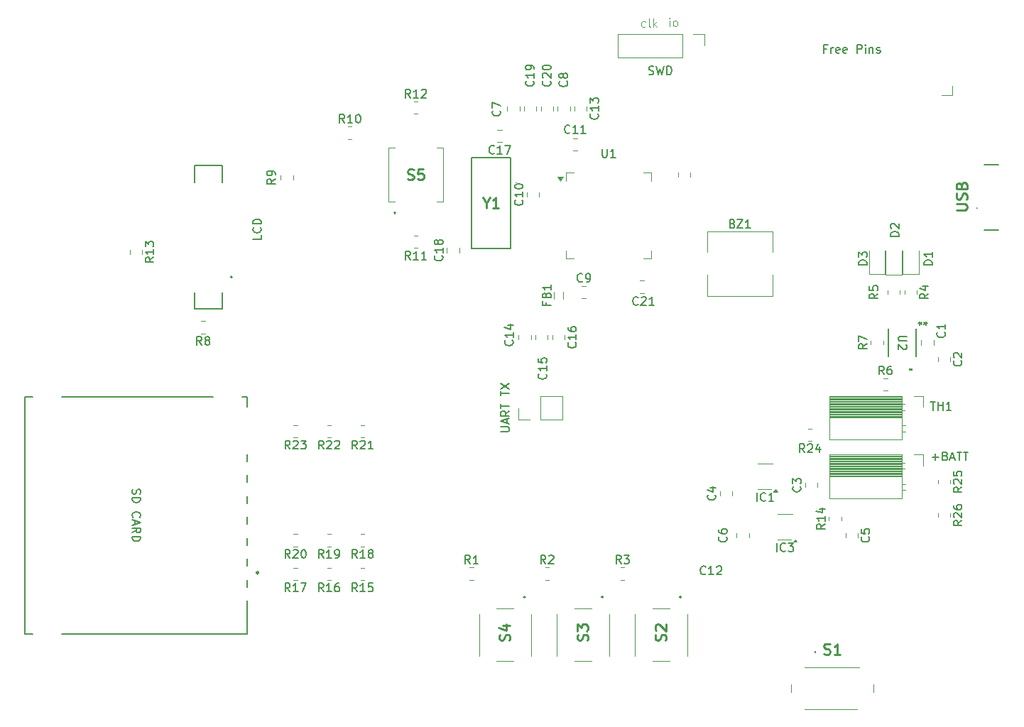
<source format=gbr>
%TF.GenerationSoftware,KiCad,Pcbnew,9.0.4*%
%TF.CreationDate,2025-10-10T21:12:29+02:00*%
%TF.ProjectId,fotoaparat,666f746f-6170-4617-9261-742e6b696361,rev?*%
%TF.SameCoordinates,Original*%
%TF.FileFunction,Legend,Top*%
%TF.FilePolarity,Positive*%
%FSLAX46Y46*%
G04 Gerber Fmt 4.6, Leading zero omitted, Abs format (unit mm)*
G04 Created by KiCad (PCBNEW 9.0.4) date 2025-10-10 21:12:29*
%MOMM*%
%LPD*%
G01*
G04 APERTURE LIST*
%ADD10C,0.100000*%
%ADD11C,0.150000*%
%ADD12C,0.254000*%
%ADD13C,0.120000*%
%ADD14C,0.200000*%
%ADD15C,0.152400*%
%ADD16C,0.000000*%
G04 APERTURE END LIST*
D10*
X156732455Y-61724800D02*
X156637217Y-61772419D01*
X156637217Y-61772419D02*
X156446741Y-61772419D01*
X156446741Y-61772419D02*
X156351503Y-61724800D01*
X156351503Y-61724800D02*
X156303884Y-61677180D01*
X156303884Y-61677180D02*
X156256265Y-61581942D01*
X156256265Y-61581942D02*
X156256265Y-61296228D01*
X156256265Y-61296228D02*
X156303884Y-61200990D01*
X156303884Y-61200990D02*
X156351503Y-61153371D01*
X156351503Y-61153371D02*
X156446741Y-61105752D01*
X156446741Y-61105752D02*
X156637217Y-61105752D01*
X156637217Y-61105752D02*
X156732455Y-61153371D01*
X157303884Y-61772419D02*
X157208646Y-61724800D01*
X157208646Y-61724800D02*
X157161027Y-61629561D01*
X157161027Y-61629561D02*
X157161027Y-60772419D01*
X157684837Y-61772419D02*
X157684837Y-60772419D01*
X157780075Y-61391466D02*
X158065789Y-61772419D01*
X158065789Y-61105752D02*
X157684837Y-61486704D01*
X159603884Y-61672419D02*
X159603884Y-61005752D01*
X159603884Y-60672419D02*
X159556265Y-60720038D01*
X159556265Y-60720038D02*
X159603884Y-60767657D01*
X159603884Y-60767657D02*
X159651503Y-60720038D01*
X159651503Y-60720038D02*
X159603884Y-60672419D01*
X159603884Y-60672419D02*
X159603884Y-60767657D01*
X160222931Y-61672419D02*
X160127693Y-61624800D01*
X160127693Y-61624800D02*
X160080074Y-61577180D01*
X160080074Y-61577180D02*
X160032455Y-61481942D01*
X160032455Y-61481942D02*
X160032455Y-61196228D01*
X160032455Y-61196228D02*
X160080074Y-61100990D01*
X160080074Y-61100990D02*
X160127693Y-61053371D01*
X160127693Y-61053371D02*
X160222931Y-61005752D01*
X160222931Y-61005752D02*
X160365788Y-61005752D01*
X160365788Y-61005752D02*
X160461026Y-61053371D01*
X160461026Y-61053371D02*
X160508645Y-61100990D01*
X160508645Y-61100990D02*
X160556264Y-61196228D01*
X160556264Y-61196228D02*
X160556264Y-61481942D01*
X160556264Y-61481942D02*
X160508645Y-61577180D01*
X160508645Y-61577180D02*
X160461026Y-61624800D01*
X160461026Y-61624800D02*
X160365788Y-61672419D01*
X160365788Y-61672419D02*
X160222931Y-61672419D01*
D11*
X178350001Y-64357408D02*
X178016668Y-64357408D01*
X178016668Y-64881218D02*
X178016668Y-63881218D01*
X178016668Y-63881218D02*
X178492858Y-63881218D01*
X178873811Y-64881218D02*
X178873811Y-64214551D01*
X178873811Y-64405027D02*
X178921430Y-64309789D01*
X178921430Y-64309789D02*
X178969049Y-64262170D01*
X178969049Y-64262170D02*
X179064287Y-64214551D01*
X179064287Y-64214551D02*
X179159525Y-64214551D01*
X179873811Y-64833599D02*
X179778573Y-64881218D01*
X179778573Y-64881218D02*
X179588097Y-64881218D01*
X179588097Y-64881218D02*
X179492859Y-64833599D01*
X179492859Y-64833599D02*
X179445240Y-64738360D01*
X179445240Y-64738360D02*
X179445240Y-64357408D01*
X179445240Y-64357408D02*
X179492859Y-64262170D01*
X179492859Y-64262170D02*
X179588097Y-64214551D01*
X179588097Y-64214551D02*
X179778573Y-64214551D01*
X179778573Y-64214551D02*
X179873811Y-64262170D01*
X179873811Y-64262170D02*
X179921430Y-64357408D01*
X179921430Y-64357408D02*
X179921430Y-64452646D01*
X179921430Y-64452646D02*
X179445240Y-64547884D01*
X180730954Y-64833599D02*
X180635716Y-64881218D01*
X180635716Y-64881218D02*
X180445240Y-64881218D01*
X180445240Y-64881218D02*
X180350002Y-64833599D01*
X180350002Y-64833599D02*
X180302383Y-64738360D01*
X180302383Y-64738360D02*
X180302383Y-64357408D01*
X180302383Y-64357408D02*
X180350002Y-64262170D01*
X180350002Y-64262170D02*
X180445240Y-64214551D01*
X180445240Y-64214551D02*
X180635716Y-64214551D01*
X180635716Y-64214551D02*
X180730954Y-64262170D01*
X180730954Y-64262170D02*
X180778573Y-64357408D01*
X180778573Y-64357408D02*
X180778573Y-64452646D01*
X180778573Y-64452646D02*
X180302383Y-64547884D01*
X181969050Y-64881218D02*
X181969050Y-63881218D01*
X181969050Y-63881218D02*
X182350002Y-63881218D01*
X182350002Y-63881218D02*
X182445240Y-63928837D01*
X182445240Y-63928837D02*
X182492859Y-63976456D01*
X182492859Y-63976456D02*
X182540478Y-64071694D01*
X182540478Y-64071694D02*
X182540478Y-64214551D01*
X182540478Y-64214551D02*
X182492859Y-64309789D01*
X182492859Y-64309789D02*
X182445240Y-64357408D01*
X182445240Y-64357408D02*
X182350002Y-64405027D01*
X182350002Y-64405027D02*
X181969050Y-64405027D01*
X182969050Y-64881218D02*
X182969050Y-64214551D01*
X182969050Y-63881218D02*
X182921431Y-63928837D01*
X182921431Y-63928837D02*
X182969050Y-63976456D01*
X182969050Y-63976456D02*
X183016669Y-63928837D01*
X183016669Y-63928837D02*
X182969050Y-63881218D01*
X182969050Y-63881218D02*
X182969050Y-63976456D01*
X183445240Y-64214551D02*
X183445240Y-64881218D01*
X183445240Y-64309789D02*
X183492859Y-64262170D01*
X183492859Y-64262170D02*
X183588097Y-64214551D01*
X183588097Y-64214551D02*
X183730954Y-64214551D01*
X183730954Y-64214551D02*
X183826192Y-64262170D01*
X183826192Y-64262170D02*
X183873811Y-64357408D01*
X183873811Y-64357408D02*
X183873811Y-64881218D01*
X184302383Y-64833599D02*
X184397621Y-64881218D01*
X184397621Y-64881218D02*
X184588097Y-64881218D01*
X184588097Y-64881218D02*
X184683335Y-64833599D01*
X184683335Y-64833599D02*
X184730954Y-64738360D01*
X184730954Y-64738360D02*
X184730954Y-64690741D01*
X184730954Y-64690741D02*
X184683335Y-64595503D01*
X184683335Y-64595503D02*
X184588097Y-64547884D01*
X184588097Y-64547884D02*
X184445240Y-64547884D01*
X184445240Y-64547884D02*
X184350002Y-64500265D01*
X184350002Y-64500265D02*
X184302383Y-64405027D01*
X184302383Y-64405027D02*
X184302383Y-64357408D01*
X184302383Y-64357408D02*
X184350002Y-64262170D01*
X184350002Y-64262170D02*
X184445240Y-64214551D01*
X184445240Y-64214551D02*
X184588097Y-64214551D01*
X184588097Y-64214551D02*
X184683335Y-64262170D01*
X151039580Y-72127306D02*
X151087200Y-72174925D01*
X151087200Y-72174925D02*
X151134819Y-72317782D01*
X151134819Y-72317782D02*
X151134819Y-72413020D01*
X151134819Y-72413020D02*
X151087200Y-72555877D01*
X151087200Y-72555877D02*
X150991961Y-72651115D01*
X150991961Y-72651115D02*
X150896723Y-72698734D01*
X150896723Y-72698734D02*
X150706247Y-72746353D01*
X150706247Y-72746353D02*
X150563390Y-72746353D01*
X150563390Y-72746353D02*
X150372914Y-72698734D01*
X150372914Y-72698734D02*
X150277676Y-72651115D01*
X150277676Y-72651115D02*
X150182438Y-72555877D01*
X150182438Y-72555877D02*
X150134819Y-72413020D01*
X150134819Y-72413020D02*
X150134819Y-72317782D01*
X150134819Y-72317782D02*
X150182438Y-72174925D01*
X150182438Y-72174925D02*
X150230057Y-72127306D01*
X151134819Y-71174925D02*
X151134819Y-71746353D01*
X151134819Y-71460639D02*
X150134819Y-71460639D01*
X150134819Y-71460639D02*
X150277676Y-71555877D01*
X150277676Y-71555877D02*
X150372914Y-71651115D01*
X150372914Y-71651115D02*
X150420533Y-71746353D01*
X150134819Y-70841591D02*
X150134819Y-70222544D01*
X150134819Y-70222544D02*
X150515771Y-70555877D01*
X150515771Y-70555877D02*
X150515771Y-70413020D01*
X150515771Y-70413020D02*
X150563390Y-70317782D01*
X150563390Y-70317782D02*
X150611009Y-70270163D01*
X150611009Y-70270163D02*
X150706247Y-70222544D01*
X150706247Y-70222544D02*
X150944342Y-70222544D01*
X150944342Y-70222544D02*
X151039580Y-70270163D01*
X151039580Y-70270163D02*
X151087200Y-70317782D01*
X151087200Y-70317782D02*
X151134819Y-70413020D01*
X151134819Y-70413020D02*
X151134819Y-70698734D01*
X151134819Y-70698734D02*
X151087200Y-70793972D01*
X151087200Y-70793972D02*
X151039580Y-70841591D01*
X147359580Y-68244716D02*
X147407200Y-68292335D01*
X147407200Y-68292335D02*
X147454819Y-68435192D01*
X147454819Y-68435192D02*
X147454819Y-68530430D01*
X147454819Y-68530430D02*
X147407200Y-68673287D01*
X147407200Y-68673287D02*
X147311961Y-68768525D01*
X147311961Y-68768525D02*
X147216723Y-68816144D01*
X147216723Y-68816144D02*
X147026247Y-68863763D01*
X147026247Y-68863763D02*
X146883390Y-68863763D01*
X146883390Y-68863763D02*
X146692914Y-68816144D01*
X146692914Y-68816144D02*
X146597676Y-68768525D01*
X146597676Y-68768525D02*
X146502438Y-68673287D01*
X146502438Y-68673287D02*
X146454819Y-68530430D01*
X146454819Y-68530430D02*
X146454819Y-68435192D01*
X146454819Y-68435192D02*
X146502438Y-68292335D01*
X146502438Y-68292335D02*
X146550057Y-68244716D01*
X146883390Y-67673287D02*
X146835771Y-67768525D01*
X146835771Y-67768525D02*
X146788152Y-67816144D01*
X146788152Y-67816144D02*
X146692914Y-67863763D01*
X146692914Y-67863763D02*
X146645295Y-67863763D01*
X146645295Y-67863763D02*
X146550057Y-67816144D01*
X146550057Y-67816144D02*
X146502438Y-67768525D01*
X146502438Y-67768525D02*
X146454819Y-67673287D01*
X146454819Y-67673287D02*
X146454819Y-67482811D01*
X146454819Y-67482811D02*
X146502438Y-67387573D01*
X146502438Y-67387573D02*
X146550057Y-67339954D01*
X146550057Y-67339954D02*
X146645295Y-67292335D01*
X146645295Y-67292335D02*
X146692914Y-67292335D01*
X146692914Y-67292335D02*
X146788152Y-67339954D01*
X146788152Y-67339954D02*
X146835771Y-67387573D01*
X146835771Y-67387573D02*
X146883390Y-67482811D01*
X146883390Y-67482811D02*
X146883390Y-67673287D01*
X146883390Y-67673287D02*
X146931009Y-67768525D01*
X146931009Y-67768525D02*
X146978628Y-67816144D01*
X146978628Y-67816144D02*
X147073866Y-67863763D01*
X147073866Y-67863763D02*
X147264342Y-67863763D01*
X147264342Y-67863763D02*
X147359580Y-67816144D01*
X147359580Y-67816144D02*
X147407200Y-67768525D01*
X147407200Y-67768525D02*
X147454819Y-67673287D01*
X147454819Y-67673287D02*
X147454819Y-67482811D01*
X147454819Y-67482811D02*
X147407200Y-67387573D01*
X147407200Y-67387573D02*
X147359580Y-67339954D01*
X147359580Y-67339954D02*
X147264342Y-67292335D01*
X147264342Y-67292335D02*
X147073866Y-67292335D01*
X147073866Y-67292335D02*
X146978628Y-67339954D01*
X146978628Y-67339954D02*
X146931009Y-67387573D01*
X146931009Y-67387573D02*
X146883390Y-67482811D01*
X145359580Y-68220907D02*
X145407200Y-68268526D01*
X145407200Y-68268526D02*
X145454819Y-68411383D01*
X145454819Y-68411383D02*
X145454819Y-68506621D01*
X145454819Y-68506621D02*
X145407200Y-68649478D01*
X145407200Y-68649478D02*
X145311961Y-68744716D01*
X145311961Y-68744716D02*
X145216723Y-68792335D01*
X145216723Y-68792335D02*
X145026247Y-68839954D01*
X145026247Y-68839954D02*
X144883390Y-68839954D01*
X144883390Y-68839954D02*
X144692914Y-68792335D01*
X144692914Y-68792335D02*
X144597676Y-68744716D01*
X144597676Y-68744716D02*
X144502438Y-68649478D01*
X144502438Y-68649478D02*
X144454819Y-68506621D01*
X144454819Y-68506621D02*
X144454819Y-68411383D01*
X144454819Y-68411383D02*
X144502438Y-68268526D01*
X144502438Y-68268526D02*
X144550057Y-68220907D01*
X144550057Y-67839954D02*
X144502438Y-67792335D01*
X144502438Y-67792335D02*
X144454819Y-67697097D01*
X144454819Y-67697097D02*
X144454819Y-67459002D01*
X144454819Y-67459002D02*
X144502438Y-67363764D01*
X144502438Y-67363764D02*
X144550057Y-67316145D01*
X144550057Y-67316145D02*
X144645295Y-67268526D01*
X144645295Y-67268526D02*
X144740533Y-67268526D01*
X144740533Y-67268526D02*
X144883390Y-67316145D01*
X144883390Y-67316145D02*
X145454819Y-67887573D01*
X145454819Y-67887573D02*
X145454819Y-67268526D01*
X144454819Y-66649478D02*
X144454819Y-66554240D01*
X144454819Y-66554240D02*
X144502438Y-66459002D01*
X144502438Y-66459002D02*
X144550057Y-66411383D01*
X144550057Y-66411383D02*
X144645295Y-66363764D01*
X144645295Y-66363764D02*
X144835771Y-66316145D01*
X144835771Y-66316145D02*
X145073866Y-66316145D01*
X145073866Y-66316145D02*
X145264342Y-66363764D01*
X145264342Y-66363764D02*
X145359580Y-66411383D01*
X145359580Y-66411383D02*
X145407200Y-66459002D01*
X145407200Y-66459002D02*
X145454819Y-66554240D01*
X145454819Y-66554240D02*
X145454819Y-66649478D01*
X145454819Y-66649478D02*
X145407200Y-66744716D01*
X145407200Y-66744716D02*
X145359580Y-66792335D01*
X145359580Y-66792335D02*
X145264342Y-66839954D01*
X145264342Y-66839954D02*
X145073866Y-66887573D01*
X145073866Y-66887573D02*
X144835771Y-66887573D01*
X144835771Y-66887573D02*
X144645295Y-66839954D01*
X144645295Y-66839954D02*
X144550057Y-66792335D01*
X144550057Y-66792335D02*
X144502438Y-66744716D01*
X144502438Y-66744716D02*
X144454819Y-66649478D01*
X143359580Y-68220907D02*
X143407200Y-68268526D01*
X143407200Y-68268526D02*
X143454819Y-68411383D01*
X143454819Y-68411383D02*
X143454819Y-68506621D01*
X143454819Y-68506621D02*
X143407200Y-68649478D01*
X143407200Y-68649478D02*
X143311961Y-68744716D01*
X143311961Y-68744716D02*
X143216723Y-68792335D01*
X143216723Y-68792335D02*
X143026247Y-68839954D01*
X143026247Y-68839954D02*
X142883390Y-68839954D01*
X142883390Y-68839954D02*
X142692914Y-68792335D01*
X142692914Y-68792335D02*
X142597676Y-68744716D01*
X142597676Y-68744716D02*
X142502438Y-68649478D01*
X142502438Y-68649478D02*
X142454819Y-68506621D01*
X142454819Y-68506621D02*
X142454819Y-68411383D01*
X142454819Y-68411383D02*
X142502438Y-68268526D01*
X142502438Y-68268526D02*
X142550057Y-68220907D01*
X143454819Y-67268526D02*
X143454819Y-67839954D01*
X143454819Y-67554240D02*
X142454819Y-67554240D01*
X142454819Y-67554240D02*
X142597676Y-67649478D01*
X142597676Y-67649478D02*
X142692914Y-67744716D01*
X142692914Y-67744716D02*
X142740533Y-67839954D01*
X143454819Y-66792335D02*
X143454819Y-66601859D01*
X143454819Y-66601859D02*
X143407200Y-66506621D01*
X143407200Y-66506621D02*
X143359580Y-66459002D01*
X143359580Y-66459002D02*
X143216723Y-66363764D01*
X143216723Y-66363764D02*
X143026247Y-66316145D01*
X143026247Y-66316145D02*
X142645295Y-66316145D01*
X142645295Y-66316145D02*
X142550057Y-66363764D01*
X142550057Y-66363764D02*
X142502438Y-66411383D01*
X142502438Y-66411383D02*
X142454819Y-66506621D01*
X142454819Y-66506621D02*
X142454819Y-66697097D01*
X142454819Y-66697097D02*
X142502438Y-66792335D01*
X142502438Y-66792335D02*
X142550057Y-66839954D01*
X142550057Y-66839954D02*
X142645295Y-66887573D01*
X142645295Y-66887573D02*
X142883390Y-66887573D01*
X142883390Y-66887573D02*
X142978628Y-66839954D01*
X142978628Y-66839954D02*
X143026247Y-66792335D01*
X143026247Y-66792335D02*
X143073866Y-66697097D01*
X143073866Y-66697097D02*
X143073866Y-66506621D01*
X143073866Y-66506621D02*
X143026247Y-66411383D01*
X143026247Y-66411383D02*
X142978628Y-66363764D01*
X142978628Y-66363764D02*
X142883390Y-66316145D01*
X139359580Y-71744716D02*
X139407200Y-71792335D01*
X139407200Y-71792335D02*
X139454819Y-71935192D01*
X139454819Y-71935192D02*
X139454819Y-72030430D01*
X139454819Y-72030430D02*
X139407200Y-72173287D01*
X139407200Y-72173287D02*
X139311961Y-72268525D01*
X139311961Y-72268525D02*
X139216723Y-72316144D01*
X139216723Y-72316144D02*
X139026247Y-72363763D01*
X139026247Y-72363763D02*
X138883390Y-72363763D01*
X138883390Y-72363763D02*
X138692914Y-72316144D01*
X138692914Y-72316144D02*
X138597676Y-72268525D01*
X138597676Y-72268525D02*
X138502438Y-72173287D01*
X138502438Y-72173287D02*
X138454819Y-72030430D01*
X138454819Y-72030430D02*
X138454819Y-71935192D01*
X138454819Y-71935192D02*
X138502438Y-71792335D01*
X138502438Y-71792335D02*
X138550057Y-71744716D01*
X138454819Y-71411382D02*
X138454819Y-70744716D01*
X138454819Y-70744716D02*
X139454819Y-71173287D01*
X167119047Y-85231009D02*
X167261904Y-85278628D01*
X167261904Y-85278628D02*
X167309523Y-85326247D01*
X167309523Y-85326247D02*
X167357142Y-85421485D01*
X167357142Y-85421485D02*
X167357142Y-85564342D01*
X167357142Y-85564342D02*
X167309523Y-85659580D01*
X167309523Y-85659580D02*
X167261904Y-85707200D01*
X167261904Y-85707200D02*
X167166666Y-85754819D01*
X167166666Y-85754819D02*
X166785714Y-85754819D01*
X166785714Y-85754819D02*
X166785714Y-84754819D01*
X166785714Y-84754819D02*
X167119047Y-84754819D01*
X167119047Y-84754819D02*
X167214285Y-84802438D01*
X167214285Y-84802438D02*
X167261904Y-84850057D01*
X167261904Y-84850057D02*
X167309523Y-84945295D01*
X167309523Y-84945295D02*
X167309523Y-85040533D01*
X167309523Y-85040533D02*
X167261904Y-85135771D01*
X167261904Y-85135771D02*
X167214285Y-85183390D01*
X167214285Y-85183390D02*
X167119047Y-85231009D01*
X167119047Y-85231009D02*
X166785714Y-85231009D01*
X167690476Y-84754819D02*
X168357142Y-84754819D01*
X168357142Y-84754819D02*
X167690476Y-85754819D01*
X167690476Y-85754819D02*
X168357142Y-85754819D01*
X169261904Y-85754819D02*
X168690476Y-85754819D01*
X168976190Y-85754819D02*
X168976190Y-84754819D01*
X168976190Y-84754819D02*
X168880952Y-84897676D01*
X168880952Y-84897676D02*
X168785714Y-84992914D01*
X168785714Y-84992914D02*
X168690476Y-85040533D01*
X144833333Y-125773819D02*
X144500000Y-125297628D01*
X144261905Y-125773819D02*
X144261905Y-124773819D01*
X144261905Y-124773819D02*
X144642857Y-124773819D01*
X144642857Y-124773819D02*
X144738095Y-124821438D01*
X144738095Y-124821438D02*
X144785714Y-124869057D01*
X144785714Y-124869057D02*
X144833333Y-124964295D01*
X144833333Y-124964295D02*
X144833333Y-125107152D01*
X144833333Y-125107152D02*
X144785714Y-125202390D01*
X144785714Y-125202390D02*
X144738095Y-125250009D01*
X144738095Y-125250009D02*
X144642857Y-125297628D01*
X144642857Y-125297628D02*
X144261905Y-125297628D01*
X145214286Y-124869057D02*
X145261905Y-124821438D01*
X145261905Y-124821438D02*
X145357143Y-124773819D01*
X145357143Y-124773819D02*
X145595238Y-124773819D01*
X145595238Y-124773819D02*
X145690476Y-124821438D01*
X145690476Y-124821438D02*
X145738095Y-124869057D01*
X145738095Y-124869057D02*
X145785714Y-124964295D01*
X145785714Y-124964295D02*
X145785714Y-125059533D01*
X145785714Y-125059533D02*
X145738095Y-125202390D01*
X145738095Y-125202390D02*
X145166667Y-125773819D01*
X145166667Y-125773819D02*
X145785714Y-125773819D01*
X135833333Y-125773819D02*
X135500000Y-125297628D01*
X135261905Y-125773819D02*
X135261905Y-124773819D01*
X135261905Y-124773819D02*
X135642857Y-124773819D01*
X135642857Y-124773819D02*
X135738095Y-124821438D01*
X135738095Y-124821438D02*
X135785714Y-124869057D01*
X135785714Y-124869057D02*
X135833333Y-124964295D01*
X135833333Y-124964295D02*
X135833333Y-125107152D01*
X135833333Y-125107152D02*
X135785714Y-125202390D01*
X135785714Y-125202390D02*
X135738095Y-125250009D01*
X135738095Y-125250009D02*
X135642857Y-125297628D01*
X135642857Y-125297628D02*
X135261905Y-125297628D01*
X136785714Y-125773819D02*
X136214286Y-125773819D01*
X136500000Y-125773819D02*
X136500000Y-124773819D01*
X136500000Y-124773819D02*
X136404762Y-124916676D01*
X136404762Y-124916676D02*
X136309524Y-125011914D01*
X136309524Y-125011914D02*
X136214286Y-125059533D01*
X190714286Y-106454819D02*
X191285714Y-106454819D01*
X191000000Y-107454819D02*
X191000000Y-106454819D01*
X191619048Y-107454819D02*
X191619048Y-106454819D01*
X191619048Y-106931009D02*
X192190476Y-106931009D01*
X192190476Y-107454819D02*
X192190476Y-106454819D01*
X193190476Y-107454819D02*
X192619048Y-107454819D01*
X192904762Y-107454819D02*
X192904762Y-106454819D01*
X192904762Y-106454819D02*
X192809524Y-106597676D01*
X192809524Y-106597676D02*
X192714286Y-106692914D01*
X192714286Y-106692914D02*
X192619048Y-106740533D01*
D12*
X159113842Y-134936619D02*
X159174318Y-134755190D01*
X159174318Y-134755190D02*
X159174318Y-134452809D01*
X159174318Y-134452809D02*
X159113842Y-134331857D01*
X159113842Y-134331857D02*
X159053365Y-134271381D01*
X159053365Y-134271381D02*
X158932413Y-134210904D01*
X158932413Y-134210904D02*
X158811461Y-134210904D01*
X158811461Y-134210904D02*
X158690508Y-134271381D01*
X158690508Y-134271381D02*
X158630032Y-134331857D01*
X158630032Y-134331857D02*
X158569556Y-134452809D01*
X158569556Y-134452809D02*
X158509080Y-134694714D01*
X158509080Y-134694714D02*
X158448603Y-134815666D01*
X158448603Y-134815666D02*
X158388127Y-134876143D01*
X158388127Y-134876143D02*
X158267175Y-134936619D01*
X158267175Y-134936619D02*
X158146222Y-134936619D01*
X158146222Y-134936619D02*
X158025270Y-134876143D01*
X158025270Y-134876143D02*
X157964794Y-134815666D01*
X157964794Y-134815666D02*
X157904318Y-134694714D01*
X157904318Y-134694714D02*
X157904318Y-134392333D01*
X157904318Y-134392333D02*
X157964794Y-134210904D01*
X158025270Y-133727095D02*
X157964794Y-133666619D01*
X157964794Y-133666619D02*
X157904318Y-133545666D01*
X157904318Y-133545666D02*
X157904318Y-133243285D01*
X157904318Y-133243285D02*
X157964794Y-133122333D01*
X157964794Y-133122333D02*
X158025270Y-133061857D01*
X158025270Y-133061857D02*
X158146222Y-133001380D01*
X158146222Y-133001380D02*
X158267175Y-133001380D01*
X158267175Y-133001380D02*
X158448603Y-133061857D01*
X158448603Y-133061857D02*
X159174318Y-133787571D01*
X159174318Y-133787571D02*
X159174318Y-133001380D01*
X140513842Y-134936619D02*
X140574318Y-134755190D01*
X140574318Y-134755190D02*
X140574318Y-134452809D01*
X140574318Y-134452809D02*
X140513842Y-134331857D01*
X140513842Y-134331857D02*
X140453365Y-134271381D01*
X140453365Y-134271381D02*
X140332413Y-134210904D01*
X140332413Y-134210904D02*
X140211461Y-134210904D01*
X140211461Y-134210904D02*
X140090508Y-134271381D01*
X140090508Y-134271381D02*
X140030032Y-134331857D01*
X140030032Y-134331857D02*
X139969556Y-134452809D01*
X139969556Y-134452809D02*
X139909080Y-134694714D01*
X139909080Y-134694714D02*
X139848603Y-134815666D01*
X139848603Y-134815666D02*
X139788127Y-134876143D01*
X139788127Y-134876143D02*
X139667175Y-134936619D01*
X139667175Y-134936619D02*
X139546222Y-134936619D01*
X139546222Y-134936619D02*
X139425270Y-134876143D01*
X139425270Y-134876143D02*
X139364794Y-134815666D01*
X139364794Y-134815666D02*
X139304318Y-134694714D01*
X139304318Y-134694714D02*
X139304318Y-134392333D01*
X139304318Y-134392333D02*
X139364794Y-134210904D01*
X139727651Y-133122333D02*
X140574318Y-133122333D01*
X139243842Y-133424714D02*
X140150984Y-133727095D01*
X140150984Y-133727095D02*
X140150984Y-132940904D01*
X149813842Y-134936619D02*
X149874318Y-134755190D01*
X149874318Y-134755190D02*
X149874318Y-134452809D01*
X149874318Y-134452809D02*
X149813842Y-134331857D01*
X149813842Y-134331857D02*
X149753365Y-134271381D01*
X149753365Y-134271381D02*
X149632413Y-134210904D01*
X149632413Y-134210904D02*
X149511461Y-134210904D01*
X149511461Y-134210904D02*
X149390508Y-134271381D01*
X149390508Y-134271381D02*
X149330032Y-134331857D01*
X149330032Y-134331857D02*
X149269556Y-134452809D01*
X149269556Y-134452809D02*
X149209080Y-134694714D01*
X149209080Y-134694714D02*
X149148603Y-134815666D01*
X149148603Y-134815666D02*
X149088127Y-134876143D01*
X149088127Y-134876143D02*
X148967175Y-134936619D01*
X148967175Y-134936619D02*
X148846222Y-134936619D01*
X148846222Y-134936619D02*
X148725270Y-134876143D01*
X148725270Y-134876143D02*
X148664794Y-134815666D01*
X148664794Y-134815666D02*
X148604318Y-134694714D01*
X148604318Y-134694714D02*
X148604318Y-134392333D01*
X148604318Y-134392333D02*
X148664794Y-134210904D01*
X148604318Y-133787571D02*
X148604318Y-133001380D01*
X148604318Y-133001380D02*
X149088127Y-133424714D01*
X149088127Y-133424714D02*
X149088127Y-133243285D01*
X149088127Y-133243285D02*
X149148603Y-133122333D01*
X149148603Y-133122333D02*
X149209080Y-133061857D01*
X149209080Y-133061857D02*
X149330032Y-133001380D01*
X149330032Y-133001380D02*
X149632413Y-133001380D01*
X149632413Y-133001380D02*
X149753365Y-133061857D01*
X149753365Y-133061857D02*
X149813842Y-133122333D01*
X149813842Y-133122333D02*
X149874318Y-133243285D01*
X149874318Y-133243285D02*
X149874318Y-133606142D01*
X149874318Y-133606142D02*
X149813842Y-133727095D01*
X149813842Y-133727095D02*
X149753365Y-133787571D01*
D11*
X153833333Y-125773819D02*
X153500000Y-125297628D01*
X153261905Y-125773819D02*
X153261905Y-124773819D01*
X153261905Y-124773819D02*
X153642857Y-124773819D01*
X153642857Y-124773819D02*
X153738095Y-124821438D01*
X153738095Y-124821438D02*
X153785714Y-124869057D01*
X153785714Y-124869057D02*
X153833333Y-124964295D01*
X153833333Y-124964295D02*
X153833333Y-125107152D01*
X153833333Y-125107152D02*
X153785714Y-125202390D01*
X153785714Y-125202390D02*
X153738095Y-125250009D01*
X153738095Y-125250009D02*
X153642857Y-125297628D01*
X153642857Y-125297628D02*
X153261905Y-125297628D01*
X154166667Y-124773819D02*
X154785714Y-124773819D01*
X154785714Y-124773819D02*
X154452381Y-125154771D01*
X154452381Y-125154771D02*
X154595238Y-125154771D01*
X154595238Y-125154771D02*
X154690476Y-125202390D01*
X154690476Y-125202390D02*
X154738095Y-125250009D01*
X154738095Y-125250009D02*
X154785714Y-125345247D01*
X154785714Y-125345247D02*
X154785714Y-125583342D01*
X154785714Y-125583342D02*
X154738095Y-125678580D01*
X154738095Y-125678580D02*
X154690476Y-125726200D01*
X154690476Y-125726200D02*
X154595238Y-125773819D01*
X154595238Y-125773819D02*
X154309524Y-125773819D01*
X154309524Y-125773819D02*
X154214286Y-125726200D01*
X154214286Y-125726200D02*
X154166667Y-125678580D01*
X175707144Y-112511218D02*
X175373811Y-112035027D01*
X175135716Y-112511218D02*
X175135716Y-111511218D01*
X175135716Y-111511218D02*
X175516668Y-111511218D01*
X175516668Y-111511218D02*
X175611906Y-111558837D01*
X175611906Y-111558837D02*
X175659525Y-111606456D01*
X175659525Y-111606456D02*
X175707144Y-111701694D01*
X175707144Y-111701694D02*
X175707144Y-111844551D01*
X175707144Y-111844551D02*
X175659525Y-111939789D01*
X175659525Y-111939789D02*
X175611906Y-111987408D01*
X175611906Y-111987408D02*
X175516668Y-112035027D01*
X175516668Y-112035027D02*
X175135716Y-112035027D01*
X176088097Y-111606456D02*
X176135716Y-111558837D01*
X176135716Y-111558837D02*
X176230954Y-111511218D01*
X176230954Y-111511218D02*
X176469049Y-111511218D01*
X176469049Y-111511218D02*
X176564287Y-111558837D01*
X176564287Y-111558837D02*
X176611906Y-111606456D01*
X176611906Y-111606456D02*
X176659525Y-111701694D01*
X176659525Y-111701694D02*
X176659525Y-111796932D01*
X176659525Y-111796932D02*
X176611906Y-111939789D01*
X176611906Y-111939789D02*
X176040478Y-112511218D01*
X176040478Y-112511218D02*
X176659525Y-112511218D01*
X177516668Y-111844551D02*
X177516668Y-112511218D01*
X177278573Y-111463599D02*
X177040478Y-112177884D01*
X177040478Y-112177884D02*
X177659525Y-112177884D01*
X166359580Y-122573065D02*
X166407200Y-122620684D01*
X166407200Y-122620684D02*
X166454819Y-122763541D01*
X166454819Y-122763541D02*
X166454819Y-122858779D01*
X166454819Y-122858779D02*
X166407200Y-123001636D01*
X166407200Y-123001636D02*
X166311961Y-123096874D01*
X166311961Y-123096874D02*
X166216723Y-123144493D01*
X166216723Y-123144493D02*
X166026247Y-123192112D01*
X166026247Y-123192112D02*
X165883390Y-123192112D01*
X165883390Y-123192112D02*
X165692914Y-123144493D01*
X165692914Y-123144493D02*
X165597676Y-123096874D01*
X165597676Y-123096874D02*
X165502438Y-123001636D01*
X165502438Y-123001636D02*
X165454819Y-122858779D01*
X165454819Y-122858779D02*
X165454819Y-122763541D01*
X165454819Y-122763541D02*
X165502438Y-122620684D01*
X165502438Y-122620684D02*
X165550057Y-122573065D01*
X165454819Y-121715922D02*
X165454819Y-121906398D01*
X165454819Y-121906398D02*
X165502438Y-122001636D01*
X165502438Y-122001636D02*
X165550057Y-122049255D01*
X165550057Y-122049255D02*
X165692914Y-122144493D01*
X165692914Y-122144493D02*
X165883390Y-122192112D01*
X165883390Y-122192112D02*
X166264342Y-122192112D01*
X166264342Y-122192112D02*
X166359580Y-122144493D01*
X166359580Y-122144493D02*
X166407200Y-122096874D01*
X166407200Y-122096874D02*
X166454819Y-122001636D01*
X166454819Y-122001636D02*
X166454819Y-121811160D01*
X166454819Y-121811160D02*
X166407200Y-121715922D01*
X166407200Y-121715922D02*
X166359580Y-121668303D01*
X166359580Y-121668303D02*
X166264342Y-121620684D01*
X166264342Y-121620684D02*
X166026247Y-121620684D01*
X166026247Y-121620684D02*
X165931009Y-121668303D01*
X165931009Y-121668303D02*
X165883390Y-121715922D01*
X165883390Y-121715922D02*
X165835771Y-121811160D01*
X165835771Y-121811160D02*
X165835771Y-122001636D01*
X165835771Y-122001636D02*
X165883390Y-122096874D01*
X165883390Y-122096874D02*
X165931009Y-122144493D01*
X165931009Y-122144493D02*
X166026247Y-122192112D01*
X170023810Y-118311218D02*
X170023810Y-117311218D01*
X171071428Y-118215979D02*
X171023809Y-118263599D01*
X171023809Y-118263599D02*
X170880952Y-118311218D01*
X170880952Y-118311218D02*
X170785714Y-118311218D01*
X170785714Y-118311218D02*
X170642857Y-118263599D01*
X170642857Y-118263599D02*
X170547619Y-118168360D01*
X170547619Y-118168360D02*
X170500000Y-118073122D01*
X170500000Y-118073122D02*
X170452381Y-117882646D01*
X170452381Y-117882646D02*
X170452381Y-117739789D01*
X170452381Y-117739789D02*
X170500000Y-117549313D01*
X170500000Y-117549313D02*
X170547619Y-117454075D01*
X170547619Y-117454075D02*
X170642857Y-117358837D01*
X170642857Y-117358837D02*
X170785714Y-117311218D01*
X170785714Y-117311218D02*
X170880952Y-117311218D01*
X170880952Y-117311218D02*
X171023809Y-117358837D01*
X171023809Y-117358837D02*
X171071428Y-117406456D01*
X172023809Y-118311218D02*
X171452381Y-118311218D01*
X171738095Y-118311218D02*
X171738095Y-117311218D01*
X171738095Y-117311218D02*
X171642857Y-117454075D01*
X171642857Y-117454075D02*
X171547619Y-117549313D01*
X171547619Y-117549313D02*
X171452381Y-117596932D01*
X192389582Y-98166666D02*
X192437202Y-98214285D01*
X192437202Y-98214285D02*
X192484821Y-98357142D01*
X192484821Y-98357142D02*
X192484821Y-98452380D01*
X192484821Y-98452380D02*
X192437202Y-98595237D01*
X192437202Y-98595237D02*
X192341963Y-98690475D01*
X192341963Y-98690475D02*
X192246725Y-98738094D01*
X192246725Y-98738094D02*
X192056249Y-98785713D01*
X192056249Y-98785713D02*
X191913392Y-98785713D01*
X191913392Y-98785713D02*
X191722916Y-98738094D01*
X191722916Y-98738094D02*
X191627678Y-98690475D01*
X191627678Y-98690475D02*
X191532440Y-98595237D01*
X191532440Y-98595237D02*
X191484821Y-98452380D01*
X191484821Y-98452380D02*
X191484821Y-98357142D01*
X191484821Y-98357142D02*
X191532440Y-98214285D01*
X191532440Y-98214285D02*
X191580059Y-98166666D01*
X192484821Y-97214285D02*
X192484821Y-97785713D01*
X192484821Y-97499999D02*
X191484821Y-97499999D01*
X191484821Y-97499999D02*
X191627678Y-97595237D01*
X191627678Y-97595237D02*
X191722916Y-97690475D01*
X191722916Y-97690475D02*
X191770535Y-97785713D01*
X118357142Y-125104819D02*
X118023809Y-124628628D01*
X117785714Y-125104819D02*
X117785714Y-124104819D01*
X117785714Y-124104819D02*
X118166666Y-124104819D01*
X118166666Y-124104819D02*
X118261904Y-124152438D01*
X118261904Y-124152438D02*
X118309523Y-124200057D01*
X118309523Y-124200057D02*
X118357142Y-124295295D01*
X118357142Y-124295295D02*
X118357142Y-124438152D01*
X118357142Y-124438152D02*
X118309523Y-124533390D01*
X118309523Y-124533390D02*
X118261904Y-124581009D01*
X118261904Y-124581009D02*
X118166666Y-124628628D01*
X118166666Y-124628628D02*
X117785714Y-124628628D01*
X119309523Y-125104819D02*
X118738095Y-125104819D01*
X119023809Y-125104819D02*
X119023809Y-124104819D01*
X119023809Y-124104819D02*
X118928571Y-124247676D01*
X118928571Y-124247676D02*
X118833333Y-124342914D01*
X118833333Y-124342914D02*
X118738095Y-124390533D01*
X119785714Y-125104819D02*
X119976190Y-125104819D01*
X119976190Y-125104819D02*
X120071428Y-125057200D01*
X120071428Y-125057200D02*
X120119047Y-125009580D01*
X120119047Y-125009580D02*
X120214285Y-124866723D01*
X120214285Y-124866723D02*
X120261904Y-124676247D01*
X120261904Y-124676247D02*
X120261904Y-124295295D01*
X120261904Y-124295295D02*
X120214285Y-124200057D01*
X120214285Y-124200057D02*
X120166666Y-124152438D01*
X120166666Y-124152438D02*
X120071428Y-124104819D01*
X120071428Y-124104819D02*
X119880952Y-124104819D01*
X119880952Y-124104819D02*
X119785714Y-124152438D01*
X119785714Y-124152438D02*
X119738095Y-124200057D01*
X119738095Y-124200057D02*
X119690476Y-124295295D01*
X119690476Y-124295295D02*
X119690476Y-124533390D01*
X119690476Y-124533390D02*
X119738095Y-124628628D01*
X119738095Y-124628628D02*
X119785714Y-124676247D01*
X119785714Y-124676247D02*
X119880952Y-124723866D01*
X119880952Y-124723866D02*
X120071428Y-124723866D01*
X120071428Y-124723866D02*
X120166666Y-124676247D01*
X120166666Y-124676247D02*
X120214285Y-124628628D01*
X120214285Y-124628628D02*
X120261904Y-124533390D01*
D12*
X193804318Y-83602619D02*
X194832413Y-83602619D01*
X194832413Y-83602619D02*
X194953365Y-83542142D01*
X194953365Y-83542142D02*
X195013842Y-83481666D01*
X195013842Y-83481666D02*
X195074318Y-83360714D01*
X195074318Y-83360714D02*
X195074318Y-83118809D01*
X195074318Y-83118809D02*
X195013842Y-82997857D01*
X195013842Y-82997857D02*
X194953365Y-82937380D01*
X194953365Y-82937380D02*
X194832413Y-82876904D01*
X194832413Y-82876904D02*
X193804318Y-82876904D01*
X195013842Y-82332619D02*
X195074318Y-82151190D01*
X195074318Y-82151190D02*
X195074318Y-81848809D01*
X195074318Y-81848809D02*
X195013842Y-81727857D01*
X195013842Y-81727857D02*
X194953365Y-81667381D01*
X194953365Y-81667381D02*
X194832413Y-81606904D01*
X194832413Y-81606904D02*
X194711461Y-81606904D01*
X194711461Y-81606904D02*
X194590508Y-81667381D01*
X194590508Y-81667381D02*
X194530032Y-81727857D01*
X194530032Y-81727857D02*
X194469556Y-81848809D01*
X194469556Y-81848809D02*
X194409080Y-82090714D01*
X194409080Y-82090714D02*
X194348603Y-82211666D01*
X194348603Y-82211666D02*
X194288127Y-82272143D01*
X194288127Y-82272143D02*
X194167175Y-82332619D01*
X194167175Y-82332619D02*
X194046222Y-82332619D01*
X194046222Y-82332619D02*
X193925270Y-82272143D01*
X193925270Y-82272143D02*
X193864794Y-82211666D01*
X193864794Y-82211666D02*
X193804318Y-82090714D01*
X193804318Y-82090714D02*
X193804318Y-81788333D01*
X193804318Y-81788333D02*
X193864794Y-81606904D01*
X194409080Y-80639285D02*
X194469556Y-80457857D01*
X194469556Y-80457857D02*
X194530032Y-80397380D01*
X194530032Y-80397380D02*
X194650984Y-80336904D01*
X194650984Y-80336904D02*
X194832413Y-80336904D01*
X194832413Y-80336904D02*
X194953365Y-80397380D01*
X194953365Y-80397380D02*
X195013842Y-80457857D01*
X195013842Y-80457857D02*
X195074318Y-80578809D01*
X195074318Y-80578809D02*
X195074318Y-81062619D01*
X195074318Y-81062619D02*
X193804318Y-81062619D01*
X193804318Y-81062619D02*
X193804318Y-80639285D01*
X193804318Y-80639285D02*
X193864794Y-80518333D01*
X193864794Y-80518333D02*
X193925270Y-80457857D01*
X193925270Y-80457857D02*
X194046222Y-80397380D01*
X194046222Y-80397380D02*
X194167175Y-80397380D01*
X194167175Y-80397380D02*
X194288127Y-80457857D01*
X194288127Y-80457857D02*
X194348603Y-80518333D01*
X194348603Y-80518333D02*
X194409080Y-80639285D01*
X194409080Y-80639285D02*
X194409080Y-81062619D01*
D11*
X194454821Y-120642857D02*
X193978630Y-120976190D01*
X194454821Y-121214285D02*
X193454821Y-121214285D01*
X193454821Y-121214285D02*
X193454821Y-120833333D01*
X193454821Y-120833333D02*
X193502440Y-120738095D01*
X193502440Y-120738095D02*
X193550059Y-120690476D01*
X193550059Y-120690476D02*
X193645297Y-120642857D01*
X193645297Y-120642857D02*
X193788154Y-120642857D01*
X193788154Y-120642857D02*
X193883392Y-120690476D01*
X193883392Y-120690476D02*
X193931011Y-120738095D01*
X193931011Y-120738095D02*
X193978630Y-120833333D01*
X193978630Y-120833333D02*
X193978630Y-121214285D01*
X193550059Y-120261904D02*
X193502440Y-120214285D01*
X193502440Y-120214285D02*
X193454821Y-120119047D01*
X193454821Y-120119047D02*
X193454821Y-119880952D01*
X193454821Y-119880952D02*
X193502440Y-119785714D01*
X193502440Y-119785714D02*
X193550059Y-119738095D01*
X193550059Y-119738095D02*
X193645297Y-119690476D01*
X193645297Y-119690476D02*
X193740535Y-119690476D01*
X193740535Y-119690476D02*
X193883392Y-119738095D01*
X193883392Y-119738095D02*
X194454821Y-120309523D01*
X194454821Y-120309523D02*
X194454821Y-119690476D01*
X193454821Y-118833333D02*
X193454821Y-119023809D01*
X193454821Y-119023809D02*
X193502440Y-119119047D01*
X193502440Y-119119047D02*
X193550059Y-119166666D01*
X193550059Y-119166666D02*
X193692916Y-119261904D01*
X193692916Y-119261904D02*
X193883392Y-119309523D01*
X193883392Y-119309523D02*
X194264344Y-119309523D01*
X194264344Y-119309523D02*
X194359582Y-119261904D01*
X194359582Y-119261904D02*
X194407202Y-119214285D01*
X194407202Y-119214285D02*
X194454821Y-119119047D01*
X194454821Y-119119047D02*
X194454821Y-118928571D01*
X194454821Y-118928571D02*
X194407202Y-118833333D01*
X194407202Y-118833333D02*
X194359582Y-118785714D01*
X194359582Y-118785714D02*
X194264344Y-118738095D01*
X194264344Y-118738095D02*
X194026249Y-118738095D01*
X194026249Y-118738095D02*
X193931011Y-118785714D01*
X193931011Y-118785714D02*
X193883392Y-118833333D01*
X193883392Y-118833333D02*
X193835773Y-118928571D01*
X193835773Y-118928571D02*
X193835773Y-119119047D01*
X193835773Y-119119047D02*
X193883392Y-119214285D01*
X193883392Y-119214285D02*
X193931011Y-119261904D01*
X193931011Y-119261904D02*
X194026249Y-119309523D01*
X144931009Y-94594732D02*
X144931009Y-94928065D01*
X145454819Y-94928065D02*
X144454819Y-94928065D01*
X144454819Y-94928065D02*
X144454819Y-94451875D01*
X144931009Y-93737589D02*
X144978628Y-93594732D01*
X144978628Y-93594732D02*
X145026247Y-93547113D01*
X145026247Y-93547113D02*
X145121485Y-93499494D01*
X145121485Y-93499494D02*
X145264342Y-93499494D01*
X145264342Y-93499494D02*
X145359580Y-93547113D01*
X145359580Y-93547113D02*
X145407200Y-93594732D01*
X145407200Y-93594732D02*
X145454819Y-93689970D01*
X145454819Y-93689970D02*
X145454819Y-94070922D01*
X145454819Y-94070922D02*
X144454819Y-94070922D01*
X144454819Y-94070922D02*
X144454819Y-93737589D01*
X144454819Y-93737589D02*
X144502438Y-93642351D01*
X144502438Y-93642351D02*
X144550057Y-93594732D01*
X144550057Y-93594732D02*
X144645295Y-93547113D01*
X144645295Y-93547113D02*
X144740533Y-93547113D01*
X144740533Y-93547113D02*
X144835771Y-93594732D01*
X144835771Y-93594732D02*
X144883390Y-93642351D01*
X144883390Y-93642351D02*
X144931009Y-93737589D01*
X144931009Y-93737589D02*
X144931009Y-94070922D01*
X145454819Y-92547113D02*
X145454819Y-93118541D01*
X145454819Y-92832827D02*
X144454819Y-92832827D01*
X144454819Y-92832827D02*
X144597676Y-92928065D01*
X144597676Y-92928065D02*
X144692914Y-93023303D01*
X144692914Y-93023303D02*
X144740533Y-93118541D01*
X114357142Y-129104819D02*
X114023809Y-128628628D01*
X113785714Y-129104819D02*
X113785714Y-128104819D01*
X113785714Y-128104819D02*
X114166666Y-128104819D01*
X114166666Y-128104819D02*
X114261904Y-128152438D01*
X114261904Y-128152438D02*
X114309523Y-128200057D01*
X114309523Y-128200057D02*
X114357142Y-128295295D01*
X114357142Y-128295295D02*
X114357142Y-128438152D01*
X114357142Y-128438152D02*
X114309523Y-128533390D01*
X114309523Y-128533390D02*
X114261904Y-128581009D01*
X114261904Y-128581009D02*
X114166666Y-128628628D01*
X114166666Y-128628628D02*
X113785714Y-128628628D01*
X115309523Y-129104819D02*
X114738095Y-129104819D01*
X115023809Y-129104819D02*
X115023809Y-128104819D01*
X115023809Y-128104819D02*
X114928571Y-128247676D01*
X114928571Y-128247676D02*
X114833333Y-128342914D01*
X114833333Y-128342914D02*
X114738095Y-128390533D01*
X115642857Y-128104819D02*
X116309523Y-128104819D01*
X116309523Y-128104819D02*
X115880952Y-129104819D01*
X155857142Y-94859580D02*
X155809523Y-94907200D01*
X155809523Y-94907200D02*
X155666666Y-94954819D01*
X155666666Y-94954819D02*
X155571428Y-94954819D01*
X155571428Y-94954819D02*
X155428571Y-94907200D01*
X155428571Y-94907200D02*
X155333333Y-94811961D01*
X155333333Y-94811961D02*
X155285714Y-94716723D01*
X155285714Y-94716723D02*
X155238095Y-94526247D01*
X155238095Y-94526247D02*
X155238095Y-94383390D01*
X155238095Y-94383390D02*
X155285714Y-94192914D01*
X155285714Y-94192914D02*
X155333333Y-94097676D01*
X155333333Y-94097676D02*
X155428571Y-94002438D01*
X155428571Y-94002438D02*
X155571428Y-93954819D01*
X155571428Y-93954819D02*
X155666666Y-93954819D01*
X155666666Y-93954819D02*
X155809523Y-94002438D01*
X155809523Y-94002438D02*
X155857142Y-94050057D01*
X156238095Y-94050057D02*
X156285714Y-94002438D01*
X156285714Y-94002438D02*
X156380952Y-93954819D01*
X156380952Y-93954819D02*
X156619047Y-93954819D01*
X156619047Y-93954819D02*
X156714285Y-94002438D01*
X156714285Y-94002438D02*
X156761904Y-94050057D01*
X156761904Y-94050057D02*
X156809523Y-94145295D01*
X156809523Y-94145295D02*
X156809523Y-94240533D01*
X156809523Y-94240533D02*
X156761904Y-94383390D01*
X156761904Y-94383390D02*
X156190476Y-94954819D01*
X156190476Y-94954819D02*
X156809523Y-94954819D01*
X157761904Y-94954819D02*
X157190476Y-94954819D01*
X157476190Y-94954819D02*
X157476190Y-93954819D01*
X157476190Y-93954819D02*
X157380952Y-94097676D01*
X157380952Y-94097676D02*
X157285714Y-94192914D01*
X157285714Y-94192914D02*
X157190476Y-94240533D01*
X122357142Y-125104819D02*
X122023809Y-124628628D01*
X121785714Y-125104819D02*
X121785714Y-124104819D01*
X121785714Y-124104819D02*
X122166666Y-124104819D01*
X122166666Y-124104819D02*
X122261904Y-124152438D01*
X122261904Y-124152438D02*
X122309523Y-124200057D01*
X122309523Y-124200057D02*
X122357142Y-124295295D01*
X122357142Y-124295295D02*
X122357142Y-124438152D01*
X122357142Y-124438152D02*
X122309523Y-124533390D01*
X122309523Y-124533390D02*
X122261904Y-124581009D01*
X122261904Y-124581009D02*
X122166666Y-124628628D01*
X122166666Y-124628628D02*
X121785714Y-124628628D01*
X123309523Y-125104819D02*
X122738095Y-125104819D01*
X123023809Y-125104819D02*
X123023809Y-124104819D01*
X123023809Y-124104819D02*
X122928571Y-124247676D01*
X122928571Y-124247676D02*
X122833333Y-124342914D01*
X122833333Y-124342914D02*
X122738095Y-124390533D01*
X123880952Y-124533390D02*
X123785714Y-124485771D01*
X123785714Y-124485771D02*
X123738095Y-124438152D01*
X123738095Y-124438152D02*
X123690476Y-124342914D01*
X123690476Y-124342914D02*
X123690476Y-124295295D01*
X123690476Y-124295295D02*
X123738095Y-124200057D01*
X123738095Y-124200057D02*
X123785714Y-124152438D01*
X123785714Y-124152438D02*
X123880952Y-124104819D01*
X123880952Y-124104819D02*
X124071428Y-124104819D01*
X124071428Y-124104819D02*
X124166666Y-124152438D01*
X124166666Y-124152438D02*
X124214285Y-124200057D01*
X124214285Y-124200057D02*
X124261904Y-124295295D01*
X124261904Y-124295295D02*
X124261904Y-124342914D01*
X124261904Y-124342914D02*
X124214285Y-124438152D01*
X124214285Y-124438152D02*
X124166666Y-124485771D01*
X124166666Y-124485771D02*
X124071428Y-124533390D01*
X124071428Y-124533390D02*
X123880952Y-124533390D01*
X123880952Y-124533390D02*
X123785714Y-124581009D01*
X123785714Y-124581009D02*
X123738095Y-124628628D01*
X123738095Y-124628628D02*
X123690476Y-124723866D01*
X123690476Y-124723866D02*
X123690476Y-124914342D01*
X123690476Y-124914342D02*
X123738095Y-125009580D01*
X123738095Y-125009580D02*
X123785714Y-125057200D01*
X123785714Y-125057200D02*
X123880952Y-125104819D01*
X123880952Y-125104819D02*
X124071428Y-125104819D01*
X124071428Y-125104819D02*
X124166666Y-125057200D01*
X124166666Y-125057200D02*
X124214285Y-125009580D01*
X124214285Y-125009580D02*
X124261904Y-124914342D01*
X124261904Y-124914342D02*
X124261904Y-124723866D01*
X124261904Y-124723866D02*
X124214285Y-124628628D01*
X124214285Y-124628628D02*
X124166666Y-124581009D01*
X124166666Y-124581009D02*
X124071428Y-124533390D01*
X183359580Y-122573065D02*
X183407200Y-122620684D01*
X183407200Y-122620684D02*
X183454819Y-122763541D01*
X183454819Y-122763541D02*
X183454819Y-122858779D01*
X183454819Y-122858779D02*
X183407200Y-123001636D01*
X183407200Y-123001636D02*
X183311961Y-123096874D01*
X183311961Y-123096874D02*
X183216723Y-123144493D01*
X183216723Y-123144493D02*
X183026247Y-123192112D01*
X183026247Y-123192112D02*
X182883390Y-123192112D01*
X182883390Y-123192112D02*
X182692914Y-123144493D01*
X182692914Y-123144493D02*
X182597676Y-123096874D01*
X182597676Y-123096874D02*
X182502438Y-123001636D01*
X182502438Y-123001636D02*
X182454819Y-122858779D01*
X182454819Y-122858779D02*
X182454819Y-122763541D01*
X182454819Y-122763541D02*
X182502438Y-122620684D01*
X182502438Y-122620684D02*
X182550057Y-122573065D01*
X182454819Y-121668303D02*
X182454819Y-122144493D01*
X182454819Y-122144493D02*
X182931009Y-122192112D01*
X182931009Y-122192112D02*
X182883390Y-122144493D01*
X182883390Y-122144493D02*
X182835771Y-122049255D01*
X182835771Y-122049255D02*
X182835771Y-121811160D01*
X182835771Y-121811160D02*
X182883390Y-121715922D01*
X182883390Y-121715922D02*
X182931009Y-121668303D01*
X182931009Y-121668303D02*
X183026247Y-121620684D01*
X183026247Y-121620684D02*
X183264342Y-121620684D01*
X183264342Y-121620684D02*
X183359580Y-121668303D01*
X183359580Y-121668303D02*
X183407200Y-121715922D01*
X183407200Y-121715922D02*
X183454819Y-121811160D01*
X183454819Y-121811160D02*
X183454819Y-122049255D01*
X183454819Y-122049255D02*
X183407200Y-122144493D01*
X183407200Y-122144493D02*
X183359580Y-122192112D01*
X190954819Y-90144493D02*
X189954819Y-90144493D01*
X189954819Y-90144493D02*
X189954819Y-89906398D01*
X189954819Y-89906398D02*
X190002438Y-89763541D01*
X190002438Y-89763541D02*
X190097676Y-89668303D01*
X190097676Y-89668303D02*
X190192914Y-89620684D01*
X190192914Y-89620684D02*
X190383390Y-89573065D01*
X190383390Y-89573065D02*
X190526247Y-89573065D01*
X190526247Y-89573065D02*
X190716723Y-89620684D01*
X190716723Y-89620684D02*
X190811961Y-89668303D01*
X190811961Y-89668303D02*
X190907200Y-89763541D01*
X190907200Y-89763541D02*
X190954819Y-89906398D01*
X190954819Y-89906398D02*
X190954819Y-90144493D01*
X190954819Y-88620684D02*
X190954819Y-89192112D01*
X190954819Y-88906398D02*
X189954819Y-88906398D01*
X189954819Y-88906398D02*
X190097676Y-89001636D01*
X190097676Y-89001636D02*
X190192914Y-89096874D01*
X190192914Y-89096874D02*
X190240533Y-89192112D01*
X132479580Y-89042857D02*
X132527200Y-89090476D01*
X132527200Y-89090476D02*
X132574819Y-89233333D01*
X132574819Y-89233333D02*
X132574819Y-89328571D01*
X132574819Y-89328571D02*
X132527200Y-89471428D01*
X132527200Y-89471428D02*
X132431961Y-89566666D01*
X132431961Y-89566666D02*
X132336723Y-89614285D01*
X132336723Y-89614285D02*
X132146247Y-89661904D01*
X132146247Y-89661904D02*
X132003390Y-89661904D01*
X132003390Y-89661904D02*
X131812914Y-89614285D01*
X131812914Y-89614285D02*
X131717676Y-89566666D01*
X131717676Y-89566666D02*
X131622438Y-89471428D01*
X131622438Y-89471428D02*
X131574819Y-89328571D01*
X131574819Y-89328571D02*
X131574819Y-89233333D01*
X131574819Y-89233333D02*
X131622438Y-89090476D01*
X131622438Y-89090476D02*
X131670057Y-89042857D01*
X132574819Y-88090476D02*
X132574819Y-88661904D01*
X132574819Y-88376190D02*
X131574819Y-88376190D01*
X131574819Y-88376190D02*
X131717676Y-88471428D01*
X131717676Y-88471428D02*
X131812914Y-88566666D01*
X131812914Y-88566666D02*
X131860533Y-88661904D01*
X132003390Y-87519047D02*
X131955771Y-87614285D01*
X131955771Y-87614285D02*
X131908152Y-87661904D01*
X131908152Y-87661904D02*
X131812914Y-87709523D01*
X131812914Y-87709523D02*
X131765295Y-87709523D01*
X131765295Y-87709523D02*
X131670057Y-87661904D01*
X131670057Y-87661904D02*
X131622438Y-87614285D01*
X131622438Y-87614285D02*
X131574819Y-87519047D01*
X131574819Y-87519047D02*
X131574819Y-87328571D01*
X131574819Y-87328571D02*
X131622438Y-87233333D01*
X131622438Y-87233333D02*
X131670057Y-87185714D01*
X131670057Y-87185714D02*
X131765295Y-87138095D01*
X131765295Y-87138095D02*
X131812914Y-87138095D01*
X131812914Y-87138095D02*
X131908152Y-87185714D01*
X131908152Y-87185714D02*
X131955771Y-87233333D01*
X131955771Y-87233333D02*
X132003390Y-87328571D01*
X132003390Y-87328571D02*
X132003390Y-87519047D01*
X132003390Y-87519047D02*
X132051009Y-87614285D01*
X132051009Y-87614285D02*
X132098628Y-87661904D01*
X132098628Y-87661904D02*
X132193866Y-87709523D01*
X132193866Y-87709523D02*
X132384342Y-87709523D01*
X132384342Y-87709523D02*
X132479580Y-87661904D01*
X132479580Y-87661904D02*
X132527200Y-87614285D01*
X132527200Y-87614285D02*
X132574819Y-87519047D01*
X132574819Y-87519047D02*
X132574819Y-87328571D01*
X132574819Y-87328571D02*
X132527200Y-87233333D01*
X132527200Y-87233333D02*
X132479580Y-87185714D01*
X132479580Y-87185714D02*
X132384342Y-87138095D01*
X132384342Y-87138095D02*
X132193866Y-87138095D01*
X132193866Y-87138095D02*
X132098628Y-87185714D01*
X132098628Y-87185714D02*
X132051009Y-87233333D01*
X132051009Y-87233333D02*
X132003390Y-87328571D01*
X184454819Y-93573065D02*
X183978628Y-93906398D01*
X184454819Y-94144493D02*
X183454819Y-94144493D01*
X183454819Y-94144493D02*
X183454819Y-93763541D01*
X183454819Y-93763541D02*
X183502438Y-93668303D01*
X183502438Y-93668303D02*
X183550057Y-93620684D01*
X183550057Y-93620684D02*
X183645295Y-93573065D01*
X183645295Y-93573065D02*
X183788152Y-93573065D01*
X183788152Y-93573065D02*
X183883390Y-93620684D01*
X183883390Y-93620684D02*
X183931009Y-93668303D01*
X183931009Y-93668303D02*
X183978628Y-93763541D01*
X183978628Y-93763541D02*
X183978628Y-94144493D01*
X183454819Y-92668303D02*
X183454819Y-93144493D01*
X183454819Y-93144493D02*
X183931009Y-93192112D01*
X183931009Y-93192112D02*
X183883390Y-93144493D01*
X183883390Y-93144493D02*
X183835771Y-93049255D01*
X183835771Y-93049255D02*
X183835771Y-92811160D01*
X183835771Y-92811160D02*
X183883390Y-92715922D01*
X183883390Y-92715922D02*
X183931009Y-92668303D01*
X183931009Y-92668303D02*
X184026247Y-92620684D01*
X184026247Y-92620684D02*
X184264342Y-92620684D01*
X184264342Y-92620684D02*
X184359580Y-92668303D01*
X184359580Y-92668303D02*
X184407200Y-92715922D01*
X184407200Y-92715922D02*
X184454819Y-92811160D01*
X184454819Y-92811160D02*
X184454819Y-93049255D01*
X184454819Y-93049255D02*
X184407200Y-93144493D01*
X184407200Y-93144493D02*
X184359580Y-93192112D01*
X122357142Y-112104819D02*
X122023809Y-111628628D01*
X121785714Y-112104819D02*
X121785714Y-111104819D01*
X121785714Y-111104819D02*
X122166666Y-111104819D01*
X122166666Y-111104819D02*
X122261904Y-111152438D01*
X122261904Y-111152438D02*
X122309523Y-111200057D01*
X122309523Y-111200057D02*
X122357142Y-111295295D01*
X122357142Y-111295295D02*
X122357142Y-111438152D01*
X122357142Y-111438152D02*
X122309523Y-111533390D01*
X122309523Y-111533390D02*
X122261904Y-111581009D01*
X122261904Y-111581009D02*
X122166666Y-111628628D01*
X122166666Y-111628628D02*
X121785714Y-111628628D01*
X122738095Y-111200057D02*
X122785714Y-111152438D01*
X122785714Y-111152438D02*
X122880952Y-111104819D01*
X122880952Y-111104819D02*
X123119047Y-111104819D01*
X123119047Y-111104819D02*
X123214285Y-111152438D01*
X123214285Y-111152438D02*
X123261904Y-111200057D01*
X123261904Y-111200057D02*
X123309523Y-111295295D01*
X123309523Y-111295295D02*
X123309523Y-111390533D01*
X123309523Y-111390533D02*
X123261904Y-111533390D01*
X123261904Y-111533390D02*
X122690476Y-112104819D01*
X122690476Y-112104819D02*
X123309523Y-112104819D01*
X124261904Y-112104819D02*
X123690476Y-112104819D01*
X123976190Y-112104819D02*
X123976190Y-111104819D01*
X123976190Y-111104819D02*
X123880952Y-111247676D01*
X123880952Y-111247676D02*
X123785714Y-111342914D01*
X123785714Y-111342914D02*
X123690476Y-111390533D01*
X151588097Y-76316218D02*
X151588097Y-77125741D01*
X151588097Y-77125741D02*
X151635716Y-77220979D01*
X151635716Y-77220979D02*
X151683335Y-77268599D01*
X151683335Y-77268599D02*
X151778573Y-77316218D01*
X151778573Y-77316218D02*
X151969049Y-77316218D01*
X151969049Y-77316218D02*
X152064287Y-77268599D01*
X152064287Y-77268599D02*
X152111906Y-77220979D01*
X152111906Y-77220979D02*
X152159525Y-77125741D01*
X152159525Y-77125741D02*
X152159525Y-76316218D01*
X153159525Y-77316218D02*
X152588097Y-77316218D01*
X152873811Y-77316218D02*
X152873811Y-76316218D01*
X152873811Y-76316218D02*
X152778573Y-76459075D01*
X152778573Y-76459075D02*
X152683335Y-76554313D01*
X152683335Y-76554313D02*
X152588097Y-76601932D01*
X178154821Y-121049256D02*
X177678630Y-121382589D01*
X178154821Y-121620684D02*
X177154821Y-121620684D01*
X177154821Y-121620684D02*
X177154821Y-121239732D01*
X177154821Y-121239732D02*
X177202440Y-121144494D01*
X177202440Y-121144494D02*
X177250059Y-121096875D01*
X177250059Y-121096875D02*
X177345297Y-121049256D01*
X177345297Y-121049256D02*
X177488154Y-121049256D01*
X177488154Y-121049256D02*
X177583392Y-121096875D01*
X177583392Y-121096875D02*
X177631011Y-121144494D01*
X177631011Y-121144494D02*
X177678630Y-121239732D01*
X177678630Y-121239732D02*
X177678630Y-121620684D01*
X178154821Y-120096875D02*
X178154821Y-120668303D01*
X178154821Y-120382589D02*
X177154821Y-120382589D01*
X177154821Y-120382589D02*
X177297678Y-120477827D01*
X177297678Y-120477827D02*
X177392916Y-120573065D01*
X177392916Y-120573065D02*
X177440535Y-120668303D01*
X177488154Y-119239732D02*
X178154821Y-119239732D01*
X177107202Y-119477827D02*
X177821487Y-119715922D01*
X177821487Y-119715922D02*
X177821487Y-119096875D01*
X120857142Y-73204819D02*
X120523809Y-72728628D01*
X120285714Y-73204819D02*
X120285714Y-72204819D01*
X120285714Y-72204819D02*
X120666666Y-72204819D01*
X120666666Y-72204819D02*
X120761904Y-72252438D01*
X120761904Y-72252438D02*
X120809523Y-72300057D01*
X120809523Y-72300057D02*
X120857142Y-72395295D01*
X120857142Y-72395295D02*
X120857142Y-72538152D01*
X120857142Y-72538152D02*
X120809523Y-72633390D01*
X120809523Y-72633390D02*
X120761904Y-72681009D01*
X120761904Y-72681009D02*
X120666666Y-72728628D01*
X120666666Y-72728628D02*
X120285714Y-72728628D01*
X121809523Y-73204819D02*
X121238095Y-73204819D01*
X121523809Y-73204819D02*
X121523809Y-72204819D01*
X121523809Y-72204819D02*
X121428571Y-72347676D01*
X121428571Y-72347676D02*
X121333333Y-72442914D01*
X121333333Y-72442914D02*
X121238095Y-72490533D01*
X122428571Y-72204819D02*
X122523809Y-72204819D01*
X122523809Y-72204819D02*
X122619047Y-72252438D01*
X122619047Y-72252438D02*
X122666666Y-72300057D01*
X122666666Y-72300057D02*
X122714285Y-72395295D01*
X122714285Y-72395295D02*
X122761904Y-72585771D01*
X122761904Y-72585771D02*
X122761904Y-72823866D01*
X122761904Y-72823866D02*
X122714285Y-73014342D01*
X122714285Y-73014342D02*
X122666666Y-73109580D01*
X122666666Y-73109580D02*
X122619047Y-73157200D01*
X122619047Y-73157200D02*
X122523809Y-73204819D01*
X122523809Y-73204819D02*
X122428571Y-73204819D01*
X122428571Y-73204819D02*
X122333333Y-73157200D01*
X122333333Y-73157200D02*
X122285714Y-73109580D01*
X122285714Y-73109580D02*
X122238095Y-73014342D01*
X122238095Y-73014342D02*
X122190476Y-72823866D01*
X122190476Y-72823866D02*
X122190476Y-72585771D01*
X122190476Y-72585771D02*
X122238095Y-72395295D01*
X122238095Y-72395295D02*
X122285714Y-72300057D01*
X122285714Y-72300057D02*
X122333333Y-72252438D01*
X122333333Y-72252438D02*
X122428571Y-72204819D01*
X190928571Y-113073866D02*
X191690476Y-113073866D01*
X191309523Y-113454819D02*
X191309523Y-112692914D01*
X192499999Y-112931009D02*
X192642856Y-112978628D01*
X192642856Y-112978628D02*
X192690475Y-113026247D01*
X192690475Y-113026247D02*
X192738094Y-113121485D01*
X192738094Y-113121485D02*
X192738094Y-113264342D01*
X192738094Y-113264342D02*
X192690475Y-113359580D01*
X192690475Y-113359580D02*
X192642856Y-113407200D01*
X192642856Y-113407200D02*
X192547618Y-113454819D01*
X192547618Y-113454819D02*
X192166666Y-113454819D01*
X192166666Y-113454819D02*
X192166666Y-112454819D01*
X192166666Y-112454819D02*
X192499999Y-112454819D01*
X192499999Y-112454819D02*
X192595237Y-112502438D01*
X192595237Y-112502438D02*
X192642856Y-112550057D01*
X192642856Y-112550057D02*
X192690475Y-112645295D01*
X192690475Y-112645295D02*
X192690475Y-112740533D01*
X192690475Y-112740533D02*
X192642856Y-112835771D01*
X192642856Y-112835771D02*
X192595237Y-112883390D01*
X192595237Y-112883390D02*
X192499999Y-112931009D01*
X192499999Y-112931009D02*
X192166666Y-112931009D01*
X193119047Y-113169104D02*
X193595237Y-113169104D01*
X193023809Y-113454819D02*
X193357142Y-112454819D01*
X193357142Y-112454819D02*
X193690475Y-113454819D01*
X193880952Y-112454819D02*
X194452380Y-112454819D01*
X194166666Y-113454819D02*
X194166666Y-112454819D01*
X194642857Y-112454819D02*
X195214285Y-112454819D01*
X194928571Y-113454819D02*
X194928571Y-112454819D01*
X148389582Y-99404256D02*
X148437202Y-99451875D01*
X148437202Y-99451875D02*
X148484821Y-99594732D01*
X148484821Y-99594732D02*
X148484821Y-99689970D01*
X148484821Y-99689970D02*
X148437202Y-99832827D01*
X148437202Y-99832827D02*
X148341963Y-99928065D01*
X148341963Y-99928065D02*
X148246725Y-99975684D01*
X148246725Y-99975684D02*
X148056249Y-100023303D01*
X148056249Y-100023303D02*
X147913392Y-100023303D01*
X147913392Y-100023303D02*
X147722916Y-99975684D01*
X147722916Y-99975684D02*
X147627678Y-99928065D01*
X147627678Y-99928065D02*
X147532440Y-99832827D01*
X147532440Y-99832827D02*
X147484821Y-99689970D01*
X147484821Y-99689970D02*
X147484821Y-99594732D01*
X147484821Y-99594732D02*
X147532440Y-99451875D01*
X147532440Y-99451875D02*
X147580059Y-99404256D01*
X148484821Y-98451875D02*
X148484821Y-99023303D01*
X148484821Y-98737589D02*
X147484821Y-98737589D01*
X147484821Y-98737589D02*
X147627678Y-98832827D01*
X147627678Y-98832827D02*
X147722916Y-98928065D01*
X147722916Y-98928065D02*
X147770535Y-99023303D01*
X147484821Y-97594732D02*
X147484821Y-97785208D01*
X147484821Y-97785208D02*
X147532440Y-97880446D01*
X147532440Y-97880446D02*
X147580059Y-97928065D01*
X147580059Y-97928065D02*
X147722916Y-98023303D01*
X147722916Y-98023303D02*
X147913392Y-98070922D01*
X147913392Y-98070922D02*
X148294344Y-98070922D01*
X148294344Y-98070922D02*
X148389582Y-98023303D01*
X148389582Y-98023303D02*
X148437202Y-97975684D01*
X148437202Y-97975684D02*
X148484821Y-97880446D01*
X148484821Y-97880446D02*
X148484821Y-97689970D01*
X148484821Y-97689970D02*
X148437202Y-97594732D01*
X148437202Y-97594732D02*
X148389582Y-97547113D01*
X148389582Y-97547113D02*
X148294344Y-97499494D01*
X148294344Y-97499494D02*
X148056249Y-97499494D01*
X148056249Y-97499494D02*
X147961011Y-97547113D01*
X147961011Y-97547113D02*
X147913392Y-97594732D01*
X147913392Y-97594732D02*
X147865773Y-97689970D01*
X147865773Y-97689970D02*
X147865773Y-97880446D01*
X147865773Y-97880446D02*
X147913392Y-97975684D01*
X147913392Y-97975684D02*
X147961011Y-98023303D01*
X147961011Y-98023303D02*
X148056249Y-98070922D01*
X138707144Y-76800979D02*
X138659525Y-76848599D01*
X138659525Y-76848599D02*
X138516668Y-76896218D01*
X138516668Y-76896218D02*
X138421430Y-76896218D01*
X138421430Y-76896218D02*
X138278573Y-76848599D01*
X138278573Y-76848599D02*
X138183335Y-76753360D01*
X138183335Y-76753360D02*
X138135716Y-76658122D01*
X138135716Y-76658122D02*
X138088097Y-76467646D01*
X138088097Y-76467646D02*
X138088097Y-76324789D01*
X138088097Y-76324789D02*
X138135716Y-76134313D01*
X138135716Y-76134313D02*
X138183335Y-76039075D01*
X138183335Y-76039075D02*
X138278573Y-75943837D01*
X138278573Y-75943837D02*
X138421430Y-75896218D01*
X138421430Y-75896218D02*
X138516668Y-75896218D01*
X138516668Y-75896218D02*
X138659525Y-75943837D01*
X138659525Y-75943837D02*
X138707144Y-75991456D01*
X139659525Y-76896218D02*
X139088097Y-76896218D01*
X139373811Y-76896218D02*
X139373811Y-75896218D01*
X139373811Y-75896218D02*
X139278573Y-76039075D01*
X139278573Y-76039075D02*
X139183335Y-76134313D01*
X139183335Y-76134313D02*
X139088097Y-76181932D01*
X139992859Y-75896218D02*
X140659525Y-75896218D01*
X140659525Y-75896218D02*
X140230954Y-76896218D01*
X185183335Y-103211218D02*
X184850002Y-102735027D01*
X184611907Y-103211218D02*
X184611907Y-102211218D01*
X184611907Y-102211218D02*
X184992859Y-102211218D01*
X184992859Y-102211218D02*
X185088097Y-102258837D01*
X185088097Y-102258837D02*
X185135716Y-102306456D01*
X185135716Y-102306456D02*
X185183335Y-102401694D01*
X185183335Y-102401694D02*
X185183335Y-102544551D01*
X185183335Y-102544551D02*
X185135716Y-102639789D01*
X185135716Y-102639789D02*
X185088097Y-102687408D01*
X185088097Y-102687408D02*
X184992859Y-102735027D01*
X184992859Y-102735027D02*
X184611907Y-102735027D01*
X186040478Y-102211218D02*
X185850002Y-102211218D01*
X185850002Y-102211218D02*
X185754764Y-102258837D01*
X185754764Y-102258837D02*
X185707145Y-102306456D01*
X185707145Y-102306456D02*
X185611907Y-102449313D01*
X185611907Y-102449313D02*
X185564288Y-102639789D01*
X185564288Y-102639789D02*
X185564288Y-103020741D01*
X185564288Y-103020741D02*
X185611907Y-103115979D01*
X185611907Y-103115979D02*
X185659526Y-103163599D01*
X185659526Y-103163599D02*
X185754764Y-103211218D01*
X185754764Y-103211218D02*
X185945240Y-103211218D01*
X185945240Y-103211218D02*
X186040478Y-103163599D01*
X186040478Y-103163599D02*
X186088097Y-103115979D01*
X186088097Y-103115979D02*
X186135716Y-103020741D01*
X186135716Y-103020741D02*
X186135716Y-102782646D01*
X186135716Y-102782646D02*
X186088097Y-102687408D01*
X186088097Y-102687408D02*
X186040478Y-102639789D01*
X186040478Y-102639789D02*
X185945240Y-102592170D01*
X185945240Y-102592170D02*
X185754764Y-102592170D01*
X185754764Y-102592170D02*
X185659526Y-102639789D01*
X185659526Y-102639789D02*
X185611907Y-102687408D01*
X185611907Y-102687408D02*
X185564288Y-102782646D01*
X190454821Y-93573065D02*
X189978630Y-93906398D01*
X190454821Y-94144493D02*
X189454821Y-94144493D01*
X189454821Y-94144493D02*
X189454821Y-93763541D01*
X189454821Y-93763541D02*
X189502440Y-93668303D01*
X189502440Y-93668303D02*
X189550059Y-93620684D01*
X189550059Y-93620684D02*
X189645297Y-93573065D01*
X189645297Y-93573065D02*
X189788154Y-93573065D01*
X189788154Y-93573065D02*
X189883392Y-93620684D01*
X189883392Y-93620684D02*
X189931011Y-93668303D01*
X189931011Y-93668303D02*
X189978630Y-93763541D01*
X189978630Y-93763541D02*
X189978630Y-94144493D01*
X189788154Y-92715922D02*
X190454821Y-92715922D01*
X189407202Y-92954017D02*
X190121487Y-93192112D01*
X190121487Y-93192112D02*
X190121487Y-92573065D01*
D12*
X178032380Y-136513842D02*
X178213809Y-136574318D01*
X178213809Y-136574318D02*
X178516190Y-136574318D01*
X178516190Y-136574318D02*
X178637142Y-136513842D01*
X178637142Y-136513842D02*
X178697618Y-136453365D01*
X178697618Y-136453365D02*
X178758095Y-136332413D01*
X178758095Y-136332413D02*
X178758095Y-136211461D01*
X178758095Y-136211461D02*
X178697618Y-136090508D01*
X178697618Y-136090508D02*
X178637142Y-136030032D01*
X178637142Y-136030032D02*
X178516190Y-135969556D01*
X178516190Y-135969556D02*
X178274285Y-135909080D01*
X178274285Y-135909080D02*
X178153333Y-135848603D01*
X178153333Y-135848603D02*
X178092856Y-135788127D01*
X178092856Y-135788127D02*
X178032380Y-135667175D01*
X178032380Y-135667175D02*
X178032380Y-135546222D01*
X178032380Y-135546222D02*
X178092856Y-135425270D01*
X178092856Y-135425270D02*
X178153333Y-135364794D01*
X178153333Y-135364794D02*
X178274285Y-135304318D01*
X178274285Y-135304318D02*
X178576666Y-135304318D01*
X178576666Y-135304318D02*
X178758095Y-135364794D01*
X179967619Y-136574318D02*
X179241904Y-136574318D01*
X179604761Y-136574318D02*
X179604761Y-135304318D01*
X179604761Y-135304318D02*
X179483809Y-135485746D01*
X179483809Y-135485746D02*
X179362857Y-135606699D01*
X179362857Y-135606699D02*
X179241904Y-135667175D01*
D11*
X186954819Y-86738094D02*
X185954819Y-86738094D01*
X185954819Y-86738094D02*
X185954819Y-86499999D01*
X185954819Y-86499999D02*
X186002438Y-86357142D01*
X186002438Y-86357142D02*
X186097676Y-86261904D01*
X186097676Y-86261904D02*
X186192914Y-86214285D01*
X186192914Y-86214285D02*
X186383390Y-86166666D01*
X186383390Y-86166666D02*
X186526247Y-86166666D01*
X186526247Y-86166666D02*
X186716723Y-86214285D01*
X186716723Y-86214285D02*
X186811961Y-86261904D01*
X186811961Y-86261904D02*
X186907200Y-86357142D01*
X186907200Y-86357142D02*
X186954819Y-86499999D01*
X186954819Y-86499999D02*
X186954819Y-86738094D01*
X186050057Y-85785713D02*
X186002438Y-85738094D01*
X186002438Y-85738094D02*
X185954819Y-85642856D01*
X185954819Y-85642856D02*
X185954819Y-85404761D01*
X185954819Y-85404761D02*
X186002438Y-85309523D01*
X186002438Y-85309523D02*
X186050057Y-85261904D01*
X186050057Y-85261904D02*
X186145295Y-85214285D01*
X186145295Y-85214285D02*
X186240533Y-85214285D01*
X186240533Y-85214285D02*
X186383390Y-85261904D01*
X186383390Y-85261904D02*
X186954819Y-85833332D01*
X186954819Y-85833332D02*
X186954819Y-85214285D01*
X140859580Y-99142857D02*
X140907200Y-99190476D01*
X140907200Y-99190476D02*
X140954819Y-99333333D01*
X140954819Y-99333333D02*
X140954819Y-99428571D01*
X140954819Y-99428571D02*
X140907200Y-99571428D01*
X140907200Y-99571428D02*
X140811961Y-99666666D01*
X140811961Y-99666666D02*
X140716723Y-99714285D01*
X140716723Y-99714285D02*
X140526247Y-99761904D01*
X140526247Y-99761904D02*
X140383390Y-99761904D01*
X140383390Y-99761904D02*
X140192914Y-99714285D01*
X140192914Y-99714285D02*
X140097676Y-99666666D01*
X140097676Y-99666666D02*
X140002438Y-99571428D01*
X140002438Y-99571428D02*
X139954819Y-99428571D01*
X139954819Y-99428571D02*
X139954819Y-99333333D01*
X139954819Y-99333333D02*
X140002438Y-99190476D01*
X140002438Y-99190476D02*
X140050057Y-99142857D01*
X140954819Y-98190476D02*
X140954819Y-98761904D01*
X140954819Y-98476190D02*
X139954819Y-98476190D01*
X139954819Y-98476190D02*
X140097676Y-98571428D01*
X140097676Y-98571428D02*
X140192914Y-98666666D01*
X140192914Y-98666666D02*
X140240533Y-98761904D01*
X140288152Y-97333333D02*
X140954819Y-97333333D01*
X139907200Y-97571428D02*
X140621485Y-97809523D01*
X140621485Y-97809523D02*
X140621485Y-97190476D01*
D12*
X128382382Y-79920241D02*
X128563811Y-79980717D01*
X128563811Y-79980717D02*
X128866192Y-79980717D01*
X128866192Y-79980717D02*
X128987144Y-79920241D01*
X128987144Y-79920241D02*
X129047620Y-79859764D01*
X129047620Y-79859764D02*
X129108097Y-79738812D01*
X129108097Y-79738812D02*
X129108097Y-79617860D01*
X129108097Y-79617860D02*
X129047620Y-79496907D01*
X129047620Y-79496907D02*
X128987144Y-79436431D01*
X128987144Y-79436431D02*
X128866192Y-79375955D01*
X128866192Y-79375955D02*
X128624287Y-79315479D01*
X128624287Y-79315479D02*
X128503335Y-79255002D01*
X128503335Y-79255002D02*
X128442858Y-79194526D01*
X128442858Y-79194526D02*
X128382382Y-79073574D01*
X128382382Y-79073574D02*
X128382382Y-78952621D01*
X128382382Y-78952621D02*
X128442858Y-78831669D01*
X128442858Y-78831669D02*
X128503335Y-78771193D01*
X128503335Y-78771193D02*
X128624287Y-78710717D01*
X128624287Y-78710717D02*
X128926668Y-78710717D01*
X128926668Y-78710717D02*
X129108097Y-78771193D01*
X130257144Y-78710717D02*
X129652382Y-78710717D01*
X129652382Y-78710717D02*
X129591906Y-79315479D01*
X129591906Y-79315479D02*
X129652382Y-79255002D01*
X129652382Y-79255002D02*
X129773335Y-79194526D01*
X129773335Y-79194526D02*
X130075716Y-79194526D01*
X130075716Y-79194526D02*
X130196668Y-79255002D01*
X130196668Y-79255002D02*
X130257144Y-79315479D01*
X130257144Y-79315479D02*
X130317621Y-79436431D01*
X130317621Y-79436431D02*
X130317621Y-79738812D01*
X130317621Y-79738812D02*
X130257144Y-79859764D01*
X130257144Y-79859764D02*
X130196668Y-79920241D01*
X130196668Y-79920241D02*
X130075716Y-79980717D01*
X130075716Y-79980717D02*
X129773335Y-79980717D01*
X129773335Y-79980717D02*
X129652382Y-79920241D01*
X129652382Y-79920241D02*
X129591906Y-79859764D01*
D11*
X128707144Y-70211218D02*
X128373811Y-69735027D01*
X128135716Y-70211218D02*
X128135716Y-69211218D01*
X128135716Y-69211218D02*
X128516668Y-69211218D01*
X128516668Y-69211218D02*
X128611906Y-69258837D01*
X128611906Y-69258837D02*
X128659525Y-69306456D01*
X128659525Y-69306456D02*
X128707144Y-69401694D01*
X128707144Y-69401694D02*
X128707144Y-69544551D01*
X128707144Y-69544551D02*
X128659525Y-69639789D01*
X128659525Y-69639789D02*
X128611906Y-69687408D01*
X128611906Y-69687408D02*
X128516668Y-69735027D01*
X128516668Y-69735027D02*
X128135716Y-69735027D01*
X129659525Y-70211218D02*
X129088097Y-70211218D01*
X129373811Y-70211218D02*
X129373811Y-69211218D01*
X129373811Y-69211218D02*
X129278573Y-69354075D01*
X129278573Y-69354075D02*
X129183335Y-69449313D01*
X129183335Y-69449313D02*
X129088097Y-69496932D01*
X130040478Y-69306456D02*
X130088097Y-69258837D01*
X130088097Y-69258837D02*
X130183335Y-69211218D01*
X130183335Y-69211218D02*
X130421430Y-69211218D01*
X130421430Y-69211218D02*
X130516668Y-69258837D01*
X130516668Y-69258837D02*
X130564287Y-69306456D01*
X130564287Y-69306456D02*
X130611906Y-69401694D01*
X130611906Y-69401694D02*
X130611906Y-69496932D01*
X130611906Y-69496932D02*
X130564287Y-69639789D01*
X130564287Y-69639789D02*
X129992859Y-70211218D01*
X129992859Y-70211218D02*
X130611906Y-70211218D01*
D12*
X137745240Y-82730955D02*
X137745240Y-83335717D01*
X137321907Y-82065717D02*
X137745240Y-82730955D01*
X137745240Y-82730955D02*
X138168574Y-82065717D01*
X139257145Y-83335717D02*
X138531430Y-83335717D01*
X138894287Y-83335717D02*
X138894287Y-82065717D01*
X138894287Y-82065717D02*
X138773335Y-82247145D01*
X138773335Y-82247145D02*
X138652383Y-82368098D01*
X138652383Y-82368098D02*
X138531430Y-82428574D01*
D11*
X172373812Y-124311218D02*
X172373812Y-123311218D01*
X173421430Y-124215979D02*
X173373811Y-124263599D01*
X173373811Y-124263599D02*
X173230954Y-124311218D01*
X173230954Y-124311218D02*
X173135716Y-124311218D01*
X173135716Y-124311218D02*
X172992859Y-124263599D01*
X172992859Y-124263599D02*
X172897621Y-124168360D01*
X172897621Y-124168360D02*
X172850002Y-124073122D01*
X172850002Y-124073122D02*
X172802383Y-123882646D01*
X172802383Y-123882646D02*
X172802383Y-123739789D01*
X172802383Y-123739789D02*
X172850002Y-123549313D01*
X172850002Y-123549313D02*
X172897621Y-123454075D01*
X172897621Y-123454075D02*
X172992859Y-123358837D01*
X172992859Y-123358837D02*
X173135716Y-123311218D01*
X173135716Y-123311218D02*
X173230954Y-123311218D01*
X173230954Y-123311218D02*
X173373811Y-123358837D01*
X173373811Y-123358837D02*
X173421430Y-123406456D01*
X173754764Y-123311218D02*
X174373811Y-123311218D01*
X174373811Y-123311218D02*
X174040478Y-123692170D01*
X174040478Y-123692170D02*
X174183335Y-123692170D01*
X174183335Y-123692170D02*
X174278573Y-123739789D01*
X174278573Y-123739789D02*
X174326192Y-123787408D01*
X174326192Y-123787408D02*
X174373811Y-123882646D01*
X174373811Y-123882646D02*
X174373811Y-124120741D01*
X174373811Y-124120741D02*
X174326192Y-124215979D01*
X174326192Y-124215979D02*
X174278573Y-124263599D01*
X174278573Y-124263599D02*
X174183335Y-124311218D01*
X174183335Y-124311218D02*
X173897621Y-124311218D01*
X173897621Y-124311218D02*
X173802383Y-124263599D01*
X173802383Y-124263599D02*
X173754764Y-124215979D01*
X139508420Y-110033333D02*
X140317943Y-110033333D01*
X140317943Y-110033333D02*
X140413181Y-109985714D01*
X140413181Y-109985714D02*
X140460801Y-109938095D01*
X140460801Y-109938095D02*
X140508420Y-109842857D01*
X140508420Y-109842857D02*
X140508420Y-109652381D01*
X140508420Y-109652381D02*
X140460801Y-109557143D01*
X140460801Y-109557143D02*
X140413181Y-109509524D01*
X140413181Y-109509524D02*
X140317943Y-109461905D01*
X140317943Y-109461905D02*
X139508420Y-109461905D01*
X140222705Y-109033333D02*
X140222705Y-108557143D01*
X140508420Y-109128571D02*
X139508420Y-108795238D01*
X139508420Y-108795238D02*
X140508420Y-108461905D01*
X140508420Y-107557143D02*
X140032229Y-107890476D01*
X140508420Y-108128571D02*
X139508420Y-108128571D01*
X139508420Y-108128571D02*
X139508420Y-107747619D01*
X139508420Y-107747619D02*
X139556039Y-107652381D01*
X139556039Y-107652381D02*
X139603658Y-107604762D01*
X139603658Y-107604762D02*
X139698896Y-107557143D01*
X139698896Y-107557143D02*
X139841753Y-107557143D01*
X139841753Y-107557143D02*
X139936991Y-107604762D01*
X139936991Y-107604762D02*
X139984610Y-107652381D01*
X139984610Y-107652381D02*
X140032229Y-107747619D01*
X140032229Y-107747619D02*
X140032229Y-108128571D01*
X139508420Y-107271428D02*
X139508420Y-106700000D01*
X140508420Y-106985714D02*
X139508420Y-106985714D01*
X139508420Y-105747618D02*
X139508420Y-105176190D01*
X140508420Y-105461904D02*
X139508420Y-105461904D01*
X139508420Y-104938094D02*
X140508420Y-104271428D01*
X139508420Y-104271428D02*
X140508420Y-104938094D01*
X149220835Y-92085979D02*
X149173216Y-92133599D01*
X149173216Y-92133599D02*
X149030359Y-92181218D01*
X149030359Y-92181218D02*
X148935121Y-92181218D01*
X148935121Y-92181218D02*
X148792264Y-92133599D01*
X148792264Y-92133599D02*
X148697026Y-92038360D01*
X148697026Y-92038360D02*
X148649407Y-91943122D01*
X148649407Y-91943122D02*
X148601788Y-91752646D01*
X148601788Y-91752646D02*
X148601788Y-91609789D01*
X148601788Y-91609789D02*
X148649407Y-91419313D01*
X148649407Y-91419313D02*
X148697026Y-91324075D01*
X148697026Y-91324075D02*
X148792264Y-91228837D01*
X148792264Y-91228837D02*
X148935121Y-91181218D01*
X148935121Y-91181218D02*
X149030359Y-91181218D01*
X149030359Y-91181218D02*
X149173216Y-91228837D01*
X149173216Y-91228837D02*
X149220835Y-91276456D01*
X149697026Y-92181218D02*
X149887502Y-92181218D01*
X149887502Y-92181218D02*
X149982740Y-92133599D01*
X149982740Y-92133599D02*
X150030359Y-92085979D01*
X150030359Y-92085979D02*
X150125597Y-91943122D01*
X150125597Y-91943122D02*
X150173216Y-91752646D01*
X150173216Y-91752646D02*
X150173216Y-91371694D01*
X150173216Y-91371694D02*
X150125597Y-91276456D01*
X150125597Y-91276456D02*
X150077978Y-91228837D01*
X150077978Y-91228837D02*
X149982740Y-91181218D01*
X149982740Y-91181218D02*
X149792264Y-91181218D01*
X149792264Y-91181218D02*
X149697026Y-91228837D01*
X149697026Y-91228837D02*
X149649407Y-91276456D01*
X149649407Y-91276456D02*
X149601788Y-91371694D01*
X149601788Y-91371694D02*
X149601788Y-91609789D01*
X149601788Y-91609789D02*
X149649407Y-91705027D01*
X149649407Y-91705027D02*
X149697026Y-91752646D01*
X149697026Y-91752646D02*
X149792264Y-91800265D01*
X149792264Y-91800265D02*
X149982740Y-91800265D01*
X149982740Y-91800265D02*
X150077978Y-91752646D01*
X150077978Y-91752646D02*
X150125597Y-91705027D01*
X150125597Y-91705027D02*
X150173216Y-91609789D01*
X194359580Y-101573065D02*
X194407200Y-101620684D01*
X194407200Y-101620684D02*
X194454819Y-101763541D01*
X194454819Y-101763541D02*
X194454819Y-101858779D01*
X194454819Y-101858779D02*
X194407200Y-102001636D01*
X194407200Y-102001636D02*
X194311961Y-102096874D01*
X194311961Y-102096874D02*
X194216723Y-102144493D01*
X194216723Y-102144493D02*
X194026247Y-102192112D01*
X194026247Y-102192112D02*
X193883390Y-102192112D01*
X193883390Y-102192112D02*
X193692914Y-102144493D01*
X193692914Y-102144493D02*
X193597676Y-102096874D01*
X193597676Y-102096874D02*
X193502438Y-102001636D01*
X193502438Y-102001636D02*
X193454819Y-101858779D01*
X193454819Y-101858779D02*
X193454819Y-101763541D01*
X193454819Y-101763541D02*
X193502438Y-101620684D01*
X193502438Y-101620684D02*
X193550057Y-101573065D01*
X193550057Y-101192112D02*
X193502438Y-101144493D01*
X193502438Y-101144493D02*
X193454819Y-101049255D01*
X193454819Y-101049255D02*
X193454819Y-100811160D01*
X193454819Y-100811160D02*
X193502438Y-100715922D01*
X193502438Y-100715922D02*
X193550057Y-100668303D01*
X193550057Y-100668303D02*
X193645295Y-100620684D01*
X193645295Y-100620684D02*
X193740533Y-100620684D01*
X193740533Y-100620684D02*
X193883390Y-100668303D01*
X193883390Y-100668303D02*
X194454819Y-101239731D01*
X194454819Y-101239731D02*
X194454819Y-100620684D01*
X142029582Y-82404256D02*
X142077202Y-82451875D01*
X142077202Y-82451875D02*
X142124821Y-82594732D01*
X142124821Y-82594732D02*
X142124821Y-82689970D01*
X142124821Y-82689970D02*
X142077202Y-82832827D01*
X142077202Y-82832827D02*
X141981963Y-82928065D01*
X141981963Y-82928065D02*
X141886725Y-82975684D01*
X141886725Y-82975684D02*
X141696249Y-83023303D01*
X141696249Y-83023303D02*
X141553392Y-83023303D01*
X141553392Y-83023303D02*
X141362916Y-82975684D01*
X141362916Y-82975684D02*
X141267678Y-82928065D01*
X141267678Y-82928065D02*
X141172440Y-82832827D01*
X141172440Y-82832827D02*
X141124821Y-82689970D01*
X141124821Y-82689970D02*
X141124821Y-82594732D01*
X141124821Y-82594732D02*
X141172440Y-82451875D01*
X141172440Y-82451875D02*
X141220059Y-82404256D01*
X142124821Y-81451875D02*
X142124821Y-82023303D01*
X142124821Y-81737589D02*
X141124821Y-81737589D01*
X141124821Y-81737589D02*
X141267678Y-81832827D01*
X141267678Y-81832827D02*
X141362916Y-81928065D01*
X141362916Y-81928065D02*
X141410535Y-82023303D01*
X141124821Y-80832827D02*
X141124821Y-80737589D01*
X141124821Y-80737589D02*
X141172440Y-80642351D01*
X141172440Y-80642351D02*
X141220059Y-80594732D01*
X141220059Y-80594732D02*
X141315297Y-80547113D01*
X141315297Y-80547113D02*
X141505773Y-80499494D01*
X141505773Y-80499494D02*
X141743868Y-80499494D01*
X141743868Y-80499494D02*
X141934344Y-80547113D01*
X141934344Y-80547113D02*
X142029582Y-80594732D01*
X142029582Y-80594732D02*
X142077202Y-80642351D01*
X142077202Y-80642351D02*
X142124821Y-80737589D01*
X142124821Y-80737589D02*
X142124821Y-80832827D01*
X142124821Y-80832827D02*
X142077202Y-80928065D01*
X142077202Y-80928065D02*
X142029582Y-80975684D01*
X142029582Y-80975684D02*
X141934344Y-81023303D01*
X141934344Y-81023303D02*
X141743868Y-81070922D01*
X141743868Y-81070922D02*
X141505773Y-81070922D01*
X141505773Y-81070922D02*
X141315297Y-81023303D01*
X141315297Y-81023303D02*
X141220059Y-80975684D01*
X141220059Y-80975684D02*
X141172440Y-80928065D01*
X141172440Y-80928065D02*
X141124821Y-80832827D01*
X98104819Y-89242857D02*
X97628628Y-89576190D01*
X98104819Y-89814285D02*
X97104819Y-89814285D01*
X97104819Y-89814285D02*
X97104819Y-89433333D01*
X97104819Y-89433333D02*
X97152438Y-89338095D01*
X97152438Y-89338095D02*
X97200057Y-89290476D01*
X97200057Y-89290476D02*
X97295295Y-89242857D01*
X97295295Y-89242857D02*
X97438152Y-89242857D01*
X97438152Y-89242857D02*
X97533390Y-89290476D01*
X97533390Y-89290476D02*
X97581009Y-89338095D01*
X97581009Y-89338095D02*
X97628628Y-89433333D01*
X97628628Y-89433333D02*
X97628628Y-89814285D01*
X98104819Y-88290476D02*
X98104819Y-88861904D01*
X98104819Y-88576190D02*
X97104819Y-88576190D01*
X97104819Y-88576190D02*
X97247676Y-88671428D01*
X97247676Y-88671428D02*
X97342914Y-88766666D01*
X97342914Y-88766666D02*
X97390533Y-88861904D01*
X97104819Y-87957142D02*
X97104819Y-87338095D01*
X97104819Y-87338095D02*
X97485771Y-87671428D01*
X97485771Y-87671428D02*
X97485771Y-87528571D01*
X97485771Y-87528571D02*
X97533390Y-87433333D01*
X97533390Y-87433333D02*
X97581009Y-87385714D01*
X97581009Y-87385714D02*
X97676247Y-87338095D01*
X97676247Y-87338095D02*
X97914342Y-87338095D01*
X97914342Y-87338095D02*
X98009580Y-87385714D01*
X98009580Y-87385714D02*
X98057200Y-87433333D01*
X98057200Y-87433333D02*
X98104819Y-87528571D01*
X98104819Y-87528571D02*
X98104819Y-87814285D01*
X98104819Y-87814285D02*
X98057200Y-87909523D01*
X98057200Y-87909523D02*
X98009580Y-87957142D01*
X95592800Y-116904762D02*
X95545180Y-117047619D01*
X95545180Y-117047619D02*
X95545180Y-117285714D01*
X95545180Y-117285714D02*
X95592800Y-117380952D01*
X95592800Y-117380952D02*
X95640419Y-117428571D01*
X95640419Y-117428571D02*
X95735657Y-117476190D01*
X95735657Y-117476190D02*
X95830895Y-117476190D01*
X95830895Y-117476190D02*
X95926133Y-117428571D01*
X95926133Y-117428571D02*
X95973752Y-117380952D01*
X95973752Y-117380952D02*
X96021371Y-117285714D01*
X96021371Y-117285714D02*
X96068990Y-117095238D01*
X96068990Y-117095238D02*
X96116609Y-117000000D01*
X96116609Y-117000000D02*
X96164228Y-116952381D01*
X96164228Y-116952381D02*
X96259466Y-116904762D01*
X96259466Y-116904762D02*
X96354704Y-116904762D01*
X96354704Y-116904762D02*
X96449942Y-116952381D01*
X96449942Y-116952381D02*
X96497561Y-117000000D01*
X96497561Y-117000000D02*
X96545180Y-117095238D01*
X96545180Y-117095238D02*
X96545180Y-117333333D01*
X96545180Y-117333333D02*
X96497561Y-117476190D01*
X95545180Y-117904762D02*
X96545180Y-117904762D01*
X96545180Y-117904762D02*
X96545180Y-118142857D01*
X96545180Y-118142857D02*
X96497561Y-118285714D01*
X96497561Y-118285714D02*
X96402323Y-118380952D01*
X96402323Y-118380952D02*
X96307085Y-118428571D01*
X96307085Y-118428571D02*
X96116609Y-118476190D01*
X96116609Y-118476190D02*
X95973752Y-118476190D01*
X95973752Y-118476190D02*
X95783276Y-118428571D01*
X95783276Y-118428571D02*
X95688038Y-118380952D01*
X95688038Y-118380952D02*
X95592800Y-118285714D01*
X95592800Y-118285714D02*
X95545180Y-118142857D01*
X95545180Y-118142857D02*
X95545180Y-117904762D01*
X95640419Y-120238095D02*
X95592800Y-120190476D01*
X95592800Y-120190476D02*
X95545180Y-120047619D01*
X95545180Y-120047619D02*
X95545180Y-119952381D01*
X95545180Y-119952381D02*
X95592800Y-119809524D01*
X95592800Y-119809524D02*
X95688038Y-119714286D01*
X95688038Y-119714286D02*
X95783276Y-119666667D01*
X95783276Y-119666667D02*
X95973752Y-119619048D01*
X95973752Y-119619048D02*
X96116609Y-119619048D01*
X96116609Y-119619048D02*
X96307085Y-119666667D01*
X96307085Y-119666667D02*
X96402323Y-119714286D01*
X96402323Y-119714286D02*
X96497561Y-119809524D01*
X96497561Y-119809524D02*
X96545180Y-119952381D01*
X96545180Y-119952381D02*
X96545180Y-120047619D01*
X96545180Y-120047619D02*
X96497561Y-120190476D01*
X96497561Y-120190476D02*
X96449942Y-120238095D01*
X95830895Y-120619048D02*
X95830895Y-121095238D01*
X95545180Y-120523810D02*
X96545180Y-120857143D01*
X96545180Y-120857143D02*
X95545180Y-121190476D01*
X95545180Y-122095238D02*
X96021371Y-121761905D01*
X95545180Y-121523810D02*
X96545180Y-121523810D01*
X96545180Y-121523810D02*
X96545180Y-121904762D01*
X96545180Y-121904762D02*
X96497561Y-122000000D01*
X96497561Y-122000000D02*
X96449942Y-122047619D01*
X96449942Y-122047619D02*
X96354704Y-122095238D01*
X96354704Y-122095238D02*
X96211847Y-122095238D01*
X96211847Y-122095238D02*
X96116609Y-122047619D01*
X96116609Y-122047619D02*
X96068990Y-122000000D01*
X96068990Y-122000000D02*
X96021371Y-121904762D01*
X96021371Y-121904762D02*
X96021371Y-121523810D01*
X95545180Y-122523810D02*
X96545180Y-122523810D01*
X96545180Y-122523810D02*
X96545180Y-122761905D01*
X96545180Y-122761905D02*
X96497561Y-122904762D01*
X96497561Y-122904762D02*
X96402323Y-123000000D01*
X96402323Y-123000000D02*
X96307085Y-123047619D01*
X96307085Y-123047619D02*
X96116609Y-123095238D01*
X96116609Y-123095238D02*
X95973752Y-123095238D01*
X95973752Y-123095238D02*
X95783276Y-123047619D01*
X95783276Y-123047619D02*
X95688038Y-123000000D01*
X95688038Y-123000000D02*
X95592800Y-122904762D01*
X95592800Y-122904762D02*
X95545180Y-122761905D01*
X95545180Y-122761905D02*
X95545180Y-122523810D01*
X165029582Y-117573065D02*
X165077202Y-117620684D01*
X165077202Y-117620684D02*
X165124821Y-117763541D01*
X165124821Y-117763541D02*
X165124821Y-117858779D01*
X165124821Y-117858779D02*
X165077202Y-118001636D01*
X165077202Y-118001636D02*
X164981963Y-118096874D01*
X164981963Y-118096874D02*
X164886725Y-118144493D01*
X164886725Y-118144493D02*
X164696249Y-118192112D01*
X164696249Y-118192112D02*
X164553392Y-118192112D01*
X164553392Y-118192112D02*
X164362916Y-118144493D01*
X164362916Y-118144493D02*
X164267678Y-118096874D01*
X164267678Y-118096874D02*
X164172440Y-118001636D01*
X164172440Y-118001636D02*
X164124821Y-117858779D01*
X164124821Y-117858779D02*
X164124821Y-117763541D01*
X164124821Y-117763541D02*
X164172440Y-117620684D01*
X164172440Y-117620684D02*
X164220059Y-117573065D01*
X164458154Y-116715922D02*
X165124821Y-116715922D01*
X164077202Y-116954017D02*
X164791487Y-117192112D01*
X164791487Y-117192112D02*
X164791487Y-116573065D01*
X118357142Y-112104819D02*
X118023809Y-111628628D01*
X117785714Y-112104819D02*
X117785714Y-111104819D01*
X117785714Y-111104819D02*
X118166666Y-111104819D01*
X118166666Y-111104819D02*
X118261904Y-111152438D01*
X118261904Y-111152438D02*
X118309523Y-111200057D01*
X118309523Y-111200057D02*
X118357142Y-111295295D01*
X118357142Y-111295295D02*
X118357142Y-111438152D01*
X118357142Y-111438152D02*
X118309523Y-111533390D01*
X118309523Y-111533390D02*
X118261904Y-111581009D01*
X118261904Y-111581009D02*
X118166666Y-111628628D01*
X118166666Y-111628628D02*
X117785714Y-111628628D01*
X118738095Y-111200057D02*
X118785714Y-111152438D01*
X118785714Y-111152438D02*
X118880952Y-111104819D01*
X118880952Y-111104819D02*
X119119047Y-111104819D01*
X119119047Y-111104819D02*
X119214285Y-111152438D01*
X119214285Y-111152438D02*
X119261904Y-111200057D01*
X119261904Y-111200057D02*
X119309523Y-111295295D01*
X119309523Y-111295295D02*
X119309523Y-111390533D01*
X119309523Y-111390533D02*
X119261904Y-111533390D01*
X119261904Y-111533390D02*
X118690476Y-112104819D01*
X118690476Y-112104819D02*
X119309523Y-112104819D01*
X119690476Y-111200057D02*
X119738095Y-111152438D01*
X119738095Y-111152438D02*
X119833333Y-111104819D01*
X119833333Y-111104819D02*
X120071428Y-111104819D01*
X120071428Y-111104819D02*
X120166666Y-111152438D01*
X120166666Y-111152438D02*
X120214285Y-111200057D01*
X120214285Y-111200057D02*
X120261904Y-111295295D01*
X120261904Y-111295295D02*
X120261904Y-111390533D01*
X120261904Y-111390533D02*
X120214285Y-111533390D01*
X120214285Y-111533390D02*
X119642857Y-112104819D01*
X119642857Y-112104819D02*
X120261904Y-112104819D01*
X175179580Y-116573065D02*
X175227200Y-116620684D01*
X175227200Y-116620684D02*
X175274819Y-116763541D01*
X175274819Y-116763541D02*
X175274819Y-116858779D01*
X175274819Y-116858779D02*
X175227200Y-117001636D01*
X175227200Y-117001636D02*
X175131961Y-117096874D01*
X175131961Y-117096874D02*
X175036723Y-117144493D01*
X175036723Y-117144493D02*
X174846247Y-117192112D01*
X174846247Y-117192112D02*
X174703390Y-117192112D01*
X174703390Y-117192112D02*
X174512914Y-117144493D01*
X174512914Y-117144493D02*
X174417676Y-117096874D01*
X174417676Y-117096874D02*
X174322438Y-117001636D01*
X174322438Y-117001636D02*
X174274819Y-116858779D01*
X174274819Y-116858779D02*
X174274819Y-116763541D01*
X174274819Y-116763541D02*
X174322438Y-116620684D01*
X174322438Y-116620684D02*
X174370057Y-116573065D01*
X174274819Y-116239731D02*
X174274819Y-115620684D01*
X174274819Y-115620684D02*
X174655771Y-115954017D01*
X174655771Y-115954017D02*
X174655771Y-115811160D01*
X174655771Y-115811160D02*
X174703390Y-115715922D01*
X174703390Y-115715922D02*
X174751009Y-115668303D01*
X174751009Y-115668303D02*
X174846247Y-115620684D01*
X174846247Y-115620684D02*
X175084342Y-115620684D01*
X175084342Y-115620684D02*
X175179580Y-115668303D01*
X175179580Y-115668303D02*
X175227200Y-115715922D01*
X175227200Y-115715922D02*
X175274819Y-115811160D01*
X175274819Y-115811160D02*
X175274819Y-116096874D01*
X175274819Y-116096874D02*
X175227200Y-116192112D01*
X175227200Y-116192112D02*
X175179580Y-116239731D01*
X114357142Y-125104819D02*
X114023809Y-124628628D01*
X113785714Y-125104819D02*
X113785714Y-124104819D01*
X113785714Y-124104819D02*
X114166666Y-124104819D01*
X114166666Y-124104819D02*
X114261904Y-124152438D01*
X114261904Y-124152438D02*
X114309523Y-124200057D01*
X114309523Y-124200057D02*
X114357142Y-124295295D01*
X114357142Y-124295295D02*
X114357142Y-124438152D01*
X114357142Y-124438152D02*
X114309523Y-124533390D01*
X114309523Y-124533390D02*
X114261904Y-124581009D01*
X114261904Y-124581009D02*
X114166666Y-124628628D01*
X114166666Y-124628628D02*
X113785714Y-124628628D01*
X114738095Y-124200057D02*
X114785714Y-124152438D01*
X114785714Y-124152438D02*
X114880952Y-124104819D01*
X114880952Y-124104819D02*
X115119047Y-124104819D01*
X115119047Y-124104819D02*
X115214285Y-124152438D01*
X115214285Y-124152438D02*
X115261904Y-124200057D01*
X115261904Y-124200057D02*
X115309523Y-124295295D01*
X115309523Y-124295295D02*
X115309523Y-124390533D01*
X115309523Y-124390533D02*
X115261904Y-124533390D01*
X115261904Y-124533390D02*
X114690476Y-125104819D01*
X114690476Y-125104819D02*
X115309523Y-125104819D01*
X115928571Y-124104819D02*
X116023809Y-124104819D01*
X116023809Y-124104819D02*
X116119047Y-124152438D01*
X116119047Y-124152438D02*
X116166666Y-124200057D01*
X116166666Y-124200057D02*
X116214285Y-124295295D01*
X116214285Y-124295295D02*
X116261904Y-124485771D01*
X116261904Y-124485771D02*
X116261904Y-124723866D01*
X116261904Y-124723866D02*
X116214285Y-124914342D01*
X116214285Y-124914342D02*
X116166666Y-125009580D01*
X116166666Y-125009580D02*
X116119047Y-125057200D01*
X116119047Y-125057200D02*
X116023809Y-125104819D01*
X116023809Y-125104819D02*
X115928571Y-125104819D01*
X115928571Y-125104819D02*
X115833333Y-125057200D01*
X115833333Y-125057200D02*
X115785714Y-125009580D01*
X115785714Y-125009580D02*
X115738095Y-124914342D01*
X115738095Y-124914342D02*
X115690476Y-124723866D01*
X115690476Y-124723866D02*
X115690476Y-124485771D01*
X115690476Y-124485771D02*
X115738095Y-124295295D01*
X115738095Y-124295295D02*
X115785714Y-124200057D01*
X115785714Y-124200057D02*
X115833333Y-124152438D01*
X115833333Y-124152438D02*
X115928571Y-124104819D01*
X194454821Y-116642857D02*
X193978630Y-116976190D01*
X194454821Y-117214285D02*
X193454821Y-117214285D01*
X193454821Y-117214285D02*
X193454821Y-116833333D01*
X193454821Y-116833333D02*
X193502440Y-116738095D01*
X193502440Y-116738095D02*
X193550059Y-116690476D01*
X193550059Y-116690476D02*
X193645297Y-116642857D01*
X193645297Y-116642857D02*
X193788154Y-116642857D01*
X193788154Y-116642857D02*
X193883392Y-116690476D01*
X193883392Y-116690476D02*
X193931011Y-116738095D01*
X193931011Y-116738095D02*
X193978630Y-116833333D01*
X193978630Y-116833333D02*
X193978630Y-117214285D01*
X193550059Y-116261904D02*
X193502440Y-116214285D01*
X193502440Y-116214285D02*
X193454821Y-116119047D01*
X193454821Y-116119047D02*
X193454821Y-115880952D01*
X193454821Y-115880952D02*
X193502440Y-115785714D01*
X193502440Y-115785714D02*
X193550059Y-115738095D01*
X193550059Y-115738095D02*
X193645297Y-115690476D01*
X193645297Y-115690476D02*
X193740535Y-115690476D01*
X193740535Y-115690476D02*
X193883392Y-115738095D01*
X193883392Y-115738095D02*
X194454821Y-116309523D01*
X194454821Y-116309523D02*
X194454821Y-115690476D01*
X193454821Y-114785714D02*
X193454821Y-115261904D01*
X193454821Y-115261904D02*
X193931011Y-115309523D01*
X193931011Y-115309523D02*
X193883392Y-115261904D01*
X193883392Y-115261904D02*
X193835773Y-115166666D01*
X193835773Y-115166666D02*
X193835773Y-114928571D01*
X193835773Y-114928571D02*
X193883392Y-114833333D01*
X193883392Y-114833333D02*
X193931011Y-114785714D01*
X193931011Y-114785714D02*
X194026249Y-114738095D01*
X194026249Y-114738095D02*
X194264344Y-114738095D01*
X194264344Y-114738095D02*
X194359582Y-114785714D01*
X194359582Y-114785714D02*
X194407202Y-114833333D01*
X194407202Y-114833333D02*
X194454821Y-114928571D01*
X194454821Y-114928571D02*
X194454821Y-115166666D01*
X194454821Y-115166666D02*
X194407202Y-115261904D01*
X194407202Y-115261904D02*
X194359582Y-115309523D01*
X114357142Y-112104819D02*
X114023809Y-111628628D01*
X113785714Y-112104819D02*
X113785714Y-111104819D01*
X113785714Y-111104819D02*
X114166666Y-111104819D01*
X114166666Y-111104819D02*
X114261904Y-111152438D01*
X114261904Y-111152438D02*
X114309523Y-111200057D01*
X114309523Y-111200057D02*
X114357142Y-111295295D01*
X114357142Y-111295295D02*
X114357142Y-111438152D01*
X114357142Y-111438152D02*
X114309523Y-111533390D01*
X114309523Y-111533390D02*
X114261904Y-111581009D01*
X114261904Y-111581009D02*
X114166666Y-111628628D01*
X114166666Y-111628628D02*
X113785714Y-111628628D01*
X114738095Y-111200057D02*
X114785714Y-111152438D01*
X114785714Y-111152438D02*
X114880952Y-111104819D01*
X114880952Y-111104819D02*
X115119047Y-111104819D01*
X115119047Y-111104819D02*
X115214285Y-111152438D01*
X115214285Y-111152438D02*
X115261904Y-111200057D01*
X115261904Y-111200057D02*
X115309523Y-111295295D01*
X115309523Y-111295295D02*
X115309523Y-111390533D01*
X115309523Y-111390533D02*
X115261904Y-111533390D01*
X115261904Y-111533390D02*
X114690476Y-112104819D01*
X114690476Y-112104819D02*
X115309523Y-112104819D01*
X115642857Y-111104819D02*
X116261904Y-111104819D01*
X116261904Y-111104819D02*
X115928571Y-111485771D01*
X115928571Y-111485771D02*
X116071428Y-111485771D01*
X116071428Y-111485771D02*
X116166666Y-111533390D01*
X116166666Y-111533390D02*
X116214285Y-111581009D01*
X116214285Y-111581009D02*
X116261904Y-111676247D01*
X116261904Y-111676247D02*
X116261904Y-111914342D01*
X116261904Y-111914342D02*
X116214285Y-112009580D01*
X116214285Y-112009580D02*
X116166666Y-112057200D01*
X116166666Y-112057200D02*
X116071428Y-112104819D01*
X116071428Y-112104819D02*
X115785714Y-112104819D01*
X115785714Y-112104819D02*
X115690476Y-112057200D01*
X115690476Y-112057200D02*
X115642857Y-112009580D01*
X163907142Y-126978578D02*
X163859523Y-127026198D01*
X163859523Y-127026198D02*
X163716666Y-127073817D01*
X163716666Y-127073817D02*
X163621428Y-127073817D01*
X163621428Y-127073817D02*
X163478571Y-127026198D01*
X163478571Y-127026198D02*
X163383333Y-126930959D01*
X163383333Y-126930959D02*
X163335714Y-126835721D01*
X163335714Y-126835721D02*
X163288095Y-126645245D01*
X163288095Y-126645245D02*
X163288095Y-126502388D01*
X163288095Y-126502388D02*
X163335714Y-126311912D01*
X163335714Y-126311912D02*
X163383333Y-126216674D01*
X163383333Y-126216674D02*
X163478571Y-126121436D01*
X163478571Y-126121436D02*
X163621428Y-126073817D01*
X163621428Y-126073817D02*
X163716666Y-126073817D01*
X163716666Y-126073817D02*
X163859523Y-126121436D01*
X163859523Y-126121436D02*
X163907142Y-126169055D01*
X164859523Y-127073817D02*
X164288095Y-127073817D01*
X164573809Y-127073817D02*
X164573809Y-126073817D01*
X164573809Y-126073817D02*
X164478571Y-126216674D01*
X164478571Y-126216674D02*
X164383333Y-126311912D01*
X164383333Y-126311912D02*
X164288095Y-126359531D01*
X165240476Y-126169055D02*
X165288095Y-126121436D01*
X165288095Y-126121436D02*
X165383333Y-126073817D01*
X165383333Y-126073817D02*
X165621428Y-126073817D01*
X165621428Y-126073817D02*
X165716666Y-126121436D01*
X165716666Y-126121436D02*
X165764285Y-126169055D01*
X165764285Y-126169055D02*
X165811904Y-126264293D01*
X165811904Y-126264293D02*
X165811904Y-126359531D01*
X165811904Y-126359531D02*
X165764285Y-126502388D01*
X165764285Y-126502388D02*
X165192857Y-127073817D01*
X165192857Y-127073817D02*
X165811904Y-127073817D01*
X118357142Y-129104819D02*
X118023809Y-128628628D01*
X117785714Y-129104819D02*
X117785714Y-128104819D01*
X117785714Y-128104819D02*
X118166666Y-128104819D01*
X118166666Y-128104819D02*
X118261904Y-128152438D01*
X118261904Y-128152438D02*
X118309523Y-128200057D01*
X118309523Y-128200057D02*
X118357142Y-128295295D01*
X118357142Y-128295295D02*
X118357142Y-128438152D01*
X118357142Y-128438152D02*
X118309523Y-128533390D01*
X118309523Y-128533390D02*
X118261904Y-128581009D01*
X118261904Y-128581009D02*
X118166666Y-128628628D01*
X118166666Y-128628628D02*
X117785714Y-128628628D01*
X119309523Y-129104819D02*
X118738095Y-129104819D01*
X119023809Y-129104819D02*
X119023809Y-128104819D01*
X119023809Y-128104819D02*
X118928571Y-128247676D01*
X118928571Y-128247676D02*
X118833333Y-128342914D01*
X118833333Y-128342914D02*
X118738095Y-128390533D01*
X120166666Y-128104819D02*
X119976190Y-128104819D01*
X119976190Y-128104819D02*
X119880952Y-128152438D01*
X119880952Y-128152438D02*
X119833333Y-128200057D01*
X119833333Y-128200057D02*
X119738095Y-128342914D01*
X119738095Y-128342914D02*
X119690476Y-128533390D01*
X119690476Y-128533390D02*
X119690476Y-128914342D01*
X119690476Y-128914342D02*
X119738095Y-129009580D01*
X119738095Y-129009580D02*
X119785714Y-129057200D01*
X119785714Y-129057200D02*
X119880952Y-129104819D01*
X119880952Y-129104819D02*
X120071428Y-129104819D01*
X120071428Y-129104819D02*
X120166666Y-129057200D01*
X120166666Y-129057200D02*
X120214285Y-129009580D01*
X120214285Y-129009580D02*
X120261904Y-128914342D01*
X120261904Y-128914342D02*
X120261904Y-128676247D01*
X120261904Y-128676247D02*
X120214285Y-128581009D01*
X120214285Y-128581009D02*
X120166666Y-128533390D01*
X120166666Y-128533390D02*
X120071428Y-128485771D01*
X120071428Y-128485771D02*
X119880952Y-128485771D01*
X119880952Y-128485771D02*
X119785714Y-128533390D01*
X119785714Y-128533390D02*
X119738095Y-128581009D01*
X119738095Y-128581009D02*
X119690476Y-128676247D01*
X110939817Y-86579077D02*
X110939817Y-87055267D01*
X110939817Y-87055267D02*
X109939817Y-87055267D01*
X110844578Y-85674315D02*
X110892198Y-85721934D01*
X110892198Y-85721934D02*
X110939817Y-85864791D01*
X110939817Y-85864791D02*
X110939817Y-85960029D01*
X110939817Y-85960029D02*
X110892198Y-86102886D01*
X110892198Y-86102886D02*
X110796959Y-86198124D01*
X110796959Y-86198124D02*
X110701721Y-86245743D01*
X110701721Y-86245743D02*
X110511245Y-86293362D01*
X110511245Y-86293362D02*
X110368388Y-86293362D01*
X110368388Y-86293362D02*
X110177912Y-86245743D01*
X110177912Y-86245743D02*
X110082674Y-86198124D01*
X110082674Y-86198124D02*
X109987436Y-86102886D01*
X109987436Y-86102886D02*
X109939817Y-85960029D01*
X109939817Y-85960029D02*
X109939817Y-85864791D01*
X109939817Y-85864791D02*
X109987436Y-85721934D01*
X109987436Y-85721934D02*
X110035055Y-85674315D01*
X110939817Y-85245743D02*
X109939817Y-85245743D01*
X109939817Y-85245743D02*
X109939817Y-85007648D01*
X109939817Y-85007648D02*
X109987436Y-84864791D01*
X109987436Y-84864791D02*
X110082674Y-84769553D01*
X110082674Y-84769553D02*
X110177912Y-84721934D01*
X110177912Y-84721934D02*
X110368388Y-84674315D01*
X110368388Y-84674315D02*
X110511245Y-84674315D01*
X110511245Y-84674315D02*
X110701721Y-84721934D01*
X110701721Y-84721934D02*
X110796959Y-84769553D01*
X110796959Y-84769553D02*
X110892198Y-84864791D01*
X110892198Y-84864791D02*
X110939817Y-85007648D01*
X110939817Y-85007648D02*
X110939817Y-85245743D01*
X183154821Y-99573065D02*
X182678630Y-99906398D01*
X183154821Y-100144493D02*
X182154821Y-100144493D01*
X182154821Y-100144493D02*
X182154821Y-99763541D01*
X182154821Y-99763541D02*
X182202440Y-99668303D01*
X182202440Y-99668303D02*
X182250059Y-99620684D01*
X182250059Y-99620684D02*
X182345297Y-99573065D01*
X182345297Y-99573065D02*
X182488154Y-99573065D01*
X182488154Y-99573065D02*
X182583392Y-99620684D01*
X182583392Y-99620684D02*
X182631011Y-99668303D01*
X182631011Y-99668303D02*
X182678630Y-99763541D01*
X182678630Y-99763541D02*
X182678630Y-100144493D01*
X182154821Y-99239731D02*
X182154821Y-98573065D01*
X182154821Y-98573065D02*
X183154821Y-99001636D01*
X183154821Y-90144493D02*
X182154821Y-90144493D01*
X182154821Y-90144493D02*
X182154821Y-89906398D01*
X182154821Y-89906398D02*
X182202440Y-89763541D01*
X182202440Y-89763541D02*
X182297678Y-89668303D01*
X182297678Y-89668303D02*
X182392916Y-89620684D01*
X182392916Y-89620684D02*
X182583392Y-89573065D01*
X182583392Y-89573065D02*
X182726249Y-89573065D01*
X182726249Y-89573065D02*
X182916725Y-89620684D01*
X182916725Y-89620684D02*
X183011963Y-89668303D01*
X183011963Y-89668303D02*
X183107202Y-89763541D01*
X183107202Y-89763541D02*
X183154821Y-89906398D01*
X183154821Y-89906398D02*
X183154821Y-90144493D01*
X182154821Y-89239731D02*
X182154821Y-88620684D01*
X182154821Y-88620684D02*
X182535773Y-88954017D01*
X182535773Y-88954017D02*
X182535773Y-88811160D01*
X182535773Y-88811160D02*
X182583392Y-88715922D01*
X182583392Y-88715922D02*
X182631011Y-88668303D01*
X182631011Y-88668303D02*
X182726249Y-88620684D01*
X182726249Y-88620684D02*
X182964344Y-88620684D01*
X182964344Y-88620684D02*
X183059582Y-88668303D01*
X183059582Y-88668303D02*
X183107202Y-88715922D01*
X183107202Y-88715922D02*
X183154821Y-88811160D01*
X183154821Y-88811160D02*
X183154821Y-89096874D01*
X183154821Y-89096874D02*
X183107202Y-89192112D01*
X183107202Y-89192112D02*
X183059582Y-89239731D01*
X157142857Y-67407200D02*
X157285714Y-67454819D01*
X157285714Y-67454819D02*
X157523809Y-67454819D01*
X157523809Y-67454819D02*
X157619047Y-67407200D01*
X157619047Y-67407200D02*
X157666666Y-67359580D01*
X157666666Y-67359580D02*
X157714285Y-67264342D01*
X157714285Y-67264342D02*
X157714285Y-67169104D01*
X157714285Y-67169104D02*
X157666666Y-67073866D01*
X157666666Y-67073866D02*
X157619047Y-67026247D01*
X157619047Y-67026247D02*
X157523809Y-66978628D01*
X157523809Y-66978628D02*
X157333333Y-66931009D01*
X157333333Y-66931009D02*
X157238095Y-66883390D01*
X157238095Y-66883390D02*
X157190476Y-66835771D01*
X157190476Y-66835771D02*
X157142857Y-66740533D01*
X157142857Y-66740533D02*
X157142857Y-66645295D01*
X157142857Y-66645295D02*
X157190476Y-66550057D01*
X157190476Y-66550057D02*
X157238095Y-66502438D01*
X157238095Y-66502438D02*
X157333333Y-66454819D01*
X157333333Y-66454819D02*
X157571428Y-66454819D01*
X157571428Y-66454819D02*
X157714285Y-66502438D01*
X158047619Y-66454819D02*
X158285714Y-67454819D01*
X158285714Y-67454819D02*
X158476190Y-66740533D01*
X158476190Y-66740533D02*
X158666666Y-67454819D01*
X158666666Y-67454819D02*
X158904762Y-66454819D01*
X159285714Y-67454819D02*
X159285714Y-66454819D01*
X159285714Y-66454819D02*
X159523809Y-66454819D01*
X159523809Y-66454819D02*
X159666666Y-66502438D01*
X159666666Y-66502438D02*
X159761904Y-66597676D01*
X159761904Y-66597676D02*
X159809523Y-66692914D01*
X159809523Y-66692914D02*
X159857142Y-66883390D01*
X159857142Y-66883390D02*
X159857142Y-67026247D01*
X159857142Y-67026247D02*
X159809523Y-67216723D01*
X159809523Y-67216723D02*
X159761904Y-67311961D01*
X159761904Y-67311961D02*
X159666666Y-67407200D01*
X159666666Y-67407200D02*
X159523809Y-67454819D01*
X159523809Y-67454819D02*
X159285714Y-67454819D01*
X128707144Y-89511218D02*
X128373811Y-89035027D01*
X128135716Y-89511218D02*
X128135716Y-88511218D01*
X128135716Y-88511218D02*
X128516668Y-88511218D01*
X128516668Y-88511218D02*
X128611906Y-88558837D01*
X128611906Y-88558837D02*
X128659525Y-88606456D01*
X128659525Y-88606456D02*
X128707144Y-88701694D01*
X128707144Y-88701694D02*
X128707144Y-88844551D01*
X128707144Y-88844551D02*
X128659525Y-88939789D01*
X128659525Y-88939789D02*
X128611906Y-88987408D01*
X128611906Y-88987408D02*
X128516668Y-89035027D01*
X128516668Y-89035027D02*
X128135716Y-89035027D01*
X129659525Y-89511218D02*
X129088097Y-89511218D01*
X129373811Y-89511218D02*
X129373811Y-88511218D01*
X129373811Y-88511218D02*
X129278573Y-88654075D01*
X129278573Y-88654075D02*
X129183335Y-88749313D01*
X129183335Y-88749313D02*
X129088097Y-88796932D01*
X130611906Y-89511218D02*
X130040478Y-89511218D01*
X130326192Y-89511218D02*
X130326192Y-88511218D01*
X130326192Y-88511218D02*
X130230954Y-88654075D01*
X130230954Y-88654075D02*
X130135716Y-88749313D01*
X130135716Y-88749313D02*
X130040478Y-88796932D01*
X103833333Y-99704819D02*
X103500000Y-99228628D01*
X103261905Y-99704819D02*
X103261905Y-98704819D01*
X103261905Y-98704819D02*
X103642857Y-98704819D01*
X103642857Y-98704819D02*
X103738095Y-98752438D01*
X103738095Y-98752438D02*
X103785714Y-98800057D01*
X103785714Y-98800057D02*
X103833333Y-98895295D01*
X103833333Y-98895295D02*
X103833333Y-99038152D01*
X103833333Y-99038152D02*
X103785714Y-99133390D01*
X103785714Y-99133390D02*
X103738095Y-99181009D01*
X103738095Y-99181009D02*
X103642857Y-99228628D01*
X103642857Y-99228628D02*
X103261905Y-99228628D01*
X104404762Y-99133390D02*
X104309524Y-99085771D01*
X104309524Y-99085771D02*
X104261905Y-99038152D01*
X104261905Y-99038152D02*
X104214286Y-98942914D01*
X104214286Y-98942914D02*
X104214286Y-98895295D01*
X104214286Y-98895295D02*
X104261905Y-98800057D01*
X104261905Y-98800057D02*
X104309524Y-98752438D01*
X104309524Y-98752438D02*
X104404762Y-98704819D01*
X104404762Y-98704819D02*
X104595238Y-98704819D01*
X104595238Y-98704819D02*
X104690476Y-98752438D01*
X104690476Y-98752438D02*
X104738095Y-98800057D01*
X104738095Y-98800057D02*
X104785714Y-98895295D01*
X104785714Y-98895295D02*
X104785714Y-98942914D01*
X104785714Y-98942914D02*
X104738095Y-99038152D01*
X104738095Y-99038152D02*
X104690476Y-99085771D01*
X104690476Y-99085771D02*
X104595238Y-99133390D01*
X104595238Y-99133390D02*
X104404762Y-99133390D01*
X104404762Y-99133390D02*
X104309524Y-99181009D01*
X104309524Y-99181009D02*
X104261905Y-99228628D01*
X104261905Y-99228628D02*
X104214286Y-99323866D01*
X104214286Y-99323866D02*
X104214286Y-99514342D01*
X104214286Y-99514342D02*
X104261905Y-99609580D01*
X104261905Y-99609580D02*
X104309524Y-99657200D01*
X104309524Y-99657200D02*
X104404762Y-99704819D01*
X104404762Y-99704819D02*
X104595238Y-99704819D01*
X104595238Y-99704819D02*
X104690476Y-99657200D01*
X104690476Y-99657200D02*
X104738095Y-99609580D01*
X104738095Y-99609580D02*
X104785714Y-99514342D01*
X104785714Y-99514342D02*
X104785714Y-99323866D01*
X104785714Y-99323866D02*
X104738095Y-99228628D01*
X104738095Y-99228628D02*
X104690476Y-99181009D01*
X104690476Y-99181009D02*
X104595238Y-99133390D01*
X112604817Y-79886666D02*
X112128626Y-80219999D01*
X112604817Y-80458094D02*
X111604817Y-80458094D01*
X111604817Y-80458094D02*
X111604817Y-80077142D01*
X111604817Y-80077142D02*
X111652436Y-79981904D01*
X111652436Y-79981904D02*
X111700055Y-79934285D01*
X111700055Y-79934285D02*
X111795293Y-79886666D01*
X111795293Y-79886666D02*
X111938150Y-79886666D01*
X111938150Y-79886666D02*
X112033388Y-79934285D01*
X112033388Y-79934285D02*
X112081007Y-79981904D01*
X112081007Y-79981904D02*
X112128626Y-80077142D01*
X112128626Y-80077142D02*
X112128626Y-80458094D01*
X112604817Y-79410475D02*
X112604817Y-79219999D01*
X112604817Y-79219999D02*
X112557198Y-79124761D01*
X112557198Y-79124761D02*
X112509578Y-79077142D01*
X112509578Y-79077142D02*
X112366721Y-78981904D01*
X112366721Y-78981904D02*
X112176245Y-78934285D01*
X112176245Y-78934285D02*
X111795293Y-78934285D01*
X111795293Y-78934285D02*
X111700055Y-78981904D01*
X111700055Y-78981904D02*
X111652436Y-79029523D01*
X111652436Y-79029523D02*
X111604817Y-79124761D01*
X111604817Y-79124761D02*
X111604817Y-79315237D01*
X111604817Y-79315237D02*
X111652436Y-79410475D01*
X111652436Y-79410475D02*
X111700055Y-79458094D01*
X111700055Y-79458094D02*
X111795293Y-79505713D01*
X111795293Y-79505713D02*
X112033388Y-79505713D01*
X112033388Y-79505713D02*
X112128626Y-79458094D01*
X112128626Y-79458094D02*
X112176245Y-79410475D01*
X112176245Y-79410475D02*
X112223864Y-79315237D01*
X112223864Y-79315237D02*
X112223864Y-79124761D01*
X112223864Y-79124761D02*
X112176245Y-79029523D01*
X112176245Y-79029523D02*
X112128626Y-78981904D01*
X112128626Y-78981904D02*
X112033388Y-78934285D01*
X144859580Y-103142857D02*
X144907200Y-103190476D01*
X144907200Y-103190476D02*
X144954819Y-103333333D01*
X144954819Y-103333333D02*
X144954819Y-103428571D01*
X144954819Y-103428571D02*
X144907200Y-103571428D01*
X144907200Y-103571428D02*
X144811961Y-103666666D01*
X144811961Y-103666666D02*
X144716723Y-103714285D01*
X144716723Y-103714285D02*
X144526247Y-103761904D01*
X144526247Y-103761904D02*
X144383390Y-103761904D01*
X144383390Y-103761904D02*
X144192914Y-103714285D01*
X144192914Y-103714285D02*
X144097676Y-103666666D01*
X144097676Y-103666666D02*
X144002438Y-103571428D01*
X144002438Y-103571428D02*
X143954819Y-103428571D01*
X143954819Y-103428571D02*
X143954819Y-103333333D01*
X143954819Y-103333333D02*
X144002438Y-103190476D01*
X144002438Y-103190476D02*
X144050057Y-103142857D01*
X144954819Y-102190476D02*
X144954819Y-102761904D01*
X144954819Y-102476190D02*
X143954819Y-102476190D01*
X143954819Y-102476190D02*
X144097676Y-102571428D01*
X144097676Y-102571428D02*
X144192914Y-102666666D01*
X144192914Y-102666666D02*
X144240533Y-102761904D01*
X143954819Y-101285714D02*
X143954819Y-101761904D01*
X143954819Y-101761904D02*
X144431009Y-101809523D01*
X144431009Y-101809523D02*
X144383390Y-101761904D01*
X144383390Y-101761904D02*
X144335771Y-101666666D01*
X144335771Y-101666666D02*
X144335771Y-101428571D01*
X144335771Y-101428571D02*
X144383390Y-101333333D01*
X144383390Y-101333333D02*
X144431009Y-101285714D01*
X144431009Y-101285714D02*
X144526247Y-101238095D01*
X144526247Y-101238095D02*
X144764342Y-101238095D01*
X144764342Y-101238095D02*
X144859580Y-101285714D01*
X144859580Y-101285714D02*
X144907200Y-101333333D01*
X144907200Y-101333333D02*
X144954819Y-101428571D01*
X144954819Y-101428571D02*
X144954819Y-101666666D01*
X144954819Y-101666666D02*
X144907200Y-101761904D01*
X144907200Y-101761904D02*
X144859580Y-101809523D01*
X122357142Y-129104819D02*
X122023809Y-128628628D01*
X121785714Y-129104819D02*
X121785714Y-128104819D01*
X121785714Y-128104819D02*
X122166666Y-128104819D01*
X122166666Y-128104819D02*
X122261904Y-128152438D01*
X122261904Y-128152438D02*
X122309523Y-128200057D01*
X122309523Y-128200057D02*
X122357142Y-128295295D01*
X122357142Y-128295295D02*
X122357142Y-128438152D01*
X122357142Y-128438152D02*
X122309523Y-128533390D01*
X122309523Y-128533390D02*
X122261904Y-128581009D01*
X122261904Y-128581009D02*
X122166666Y-128628628D01*
X122166666Y-128628628D02*
X121785714Y-128628628D01*
X123309523Y-129104819D02*
X122738095Y-129104819D01*
X123023809Y-129104819D02*
X123023809Y-128104819D01*
X123023809Y-128104819D02*
X122928571Y-128247676D01*
X122928571Y-128247676D02*
X122833333Y-128342914D01*
X122833333Y-128342914D02*
X122738095Y-128390533D01*
X124214285Y-128104819D02*
X123738095Y-128104819D01*
X123738095Y-128104819D02*
X123690476Y-128581009D01*
X123690476Y-128581009D02*
X123738095Y-128533390D01*
X123738095Y-128533390D02*
X123833333Y-128485771D01*
X123833333Y-128485771D02*
X124071428Y-128485771D01*
X124071428Y-128485771D02*
X124166666Y-128533390D01*
X124166666Y-128533390D02*
X124214285Y-128581009D01*
X124214285Y-128581009D02*
X124261904Y-128676247D01*
X124261904Y-128676247D02*
X124261904Y-128914342D01*
X124261904Y-128914342D02*
X124214285Y-129009580D01*
X124214285Y-129009580D02*
X124166666Y-129057200D01*
X124166666Y-129057200D02*
X124071428Y-129104819D01*
X124071428Y-129104819D02*
X123833333Y-129104819D01*
X123833333Y-129104819D02*
X123738095Y-129057200D01*
X123738095Y-129057200D02*
X123690476Y-129009580D01*
X187895182Y-98644494D02*
X187085659Y-98644494D01*
X187085659Y-98644494D02*
X186990421Y-98692113D01*
X186990421Y-98692113D02*
X186942802Y-98739732D01*
X186942802Y-98739732D02*
X186895182Y-98834970D01*
X186895182Y-98834970D02*
X186895182Y-99025446D01*
X186895182Y-99025446D02*
X186942802Y-99120684D01*
X186942802Y-99120684D02*
X186990421Y-99168303D01*
X186990421Y-99168303D02*
X187085659Y-99215922D01*
X187085659Y-99215922D02*
X187895182Y-99215922D01*
X187799944Y-99644494D02*
X187847563Y-99692113D01*
X187847563Y-99692113D02*
X187895182Y-99787351D01*
X187895182Y-99787351D02*
X187895182Y-100025446D01*
X187895182Y-100025446D02*
X187847563Y-100120684D01*
X187847563Y-100120684D02*
X187799944Y-100168303D01*
X187799944Y-100168303D02*
X187704706Y-100215922D01*
X187704706Y-100215922D02*
X187609468Y-100215922D01*
X187609468Y-100215922D02*
X187466611Y-100168303D01*
X187466611Y-100168303D02*
X186895182Y-99596875D01*
X186895182Y-99596875D02*
X186895182Y-100215922D01*
X189278021Y-97107698D02*
X189516116Y-97107698D01*
X189420878Y-97345793D02*
X189516116Y-97107698D01*
X189516116Y-97107698D02*
X189420878Y-96869603D01*
X189706592Y-97250555D02*
X189516116Y-97107698D01*
X189516116Y-97107698D02*
X189706592Y-96964841D01*
X190368382Y-97107699D02*
X190130287Y-97107699D01*
X190225525Y-96869604D02*
X190130287Y-97107699D01*
X190130287Y-97107699D02*
X190225525Y-97345794D01*
X189939811Y-96964842D02*
X190130287Y-97107699D01*
X190130287Y-97107699D02*
X189939811Y-97250556D01*
X147707144Y-74359580D02*
X147659525Y-74407200D01*
X147659525Y-74407200D02*
X147516668Y-74454819D01*
X147516668Y-74454819D02*
X147421430Y-74454819D01*
X147421430Y-74454819D02*
X147278573Y-74407200D01*
X147278573Y-74407200D02*
X147183335Y-74311961D01*
X147183335Y-74311961D02*
X147135716Y-74216723D01*
X147135716Y-74216723D02*
X147088097Y-74026247D01*
X147088097Y-74026247D02*
X147088097Y-73883390D01*
X147088097Y-73883390D02*
X147135716Y-73692914D01*
X147135716Y-73692914D02*
X147183335Y-73597676D01*
X147183335Y-73597676D02*
X147278573Y-73502438D01*
X147278573Y-73502438D02*
X147421430Y-73454819D01*
X147421430Y-73454819D02*
X147516668Y-73454819D01*
X147516668Y-73454819D02*
X147659525Y-73502438D01*
X147659525Y-73502438D02*
X147707144Y-73550057D01*
X148659525Y-74454819D02*
X148088097Y-74454819D01*
X148373811Y-74454819D02*
X148373811Y-73454819D01*
X148373811Y-73454819D02*
X148278573Y-73597676D01*
X148278573Y-73597676D02*
X148183335Y-73692914D01*
X148183335Y-73692914D02*
X148088097Y-73740533D01*
X149611906Y-74454819D02*
X149040478Y-74454819D01*
X149326192Y-74454819D02*
X149326192Y-73454819D01*
X149326192Y-73454819D02*
X149230954Y-73597676D01*
X149230954Y-73597676D02*
X149135716Y-73692914D01*
X149135716Y-73692914D02*
X149040478Y-73740533D01*
D13*
%TO.C,Free Pins*%
X193355002Y-68806399D02*
X193355002Y-69916399D01*
X193355002Y-69916399D02*
X192025002Y-69916399D01*
%TO.C,C13*%
X148265000Y-71223197D02*
X148265000Y-71745701D01*
X149735000Y-71223197D02*
X149735000Y-71745701D01*
%TO.C,C8*%
X146265000Y-71223197D02*
X146265000Y-71745701D01*
X147735000Y-71223197D02*
X147735000Y-71745701D01*
%TO.C,C20*%
X144265000Y-71223197D02*
X144265000Y-71745701D01*
X145735000Y-71223197D02*
X145735000Y-71745701D01*
%TO.C,C19*%
X142265000Y-71223197D02*
X142265000Y-71745701D01*
X143735000Y-71223197D02*
X143735000Y-71745701D01*
%TO.C,C7*%
X140265000Y-71223197D02*
X140265000Y-71745701D01*
X141735000Y-71223197D02*
X141735000Y-71745701D01*
%TO.C,BZ1*%
X164140000Y-93860000D02*
X164140000Y-91360000D01*
X171860000Y-93860000D02*
X164140000Y-93860000D01*
X171860000Y-91360000D02*
X171860000Y-93860000D01*
X164140000Y-88640000D02*
X164140000Y-86140000D01*
X164140000Y-86140000D02*
X171860000Y-86140000D01*
X171860000Y-86140000D02*
X171860000Y-88640000D01*
%TO.C,R2*%
X144772936Y-126234000D02*
X145227064Y-126234000D01*
X144772936Y-127704000D02*
X145227064Y-127704000D01*
%TO.C,R1*%
X135772936Y-126234000D02*
X136227064Y-126234000D01*
X135772936Y-127704000D02*
X136227064Y-127704000D01*
%TO.C,TH1*%
X189860002Y-105776399D02*
X189860002Y-107106399D01*
X188750002Y-105776399D02*
X189860002Y-105776399D01*
X187290002Y-110006399D02*
X187700002Y-110006399D01*
X187290002Y-109286399D02*
X187700002Y-109286399D01*
X187290002Y-107466399D02*
X187640002Y-107466399D01*
X187290002Y-106746399D02*
X187640002Y-106746399D01*
X187290002Y-105776399D02*
X187290002Y-110976399D01*
X178660002Y-110976399D02*
X187290002Y-110976399D01*
X178660002Y-108376399D02*
X187290002Y-108376399D01*
X178660002Y-108258299D02*
X187290002Y-108258299D01*
X178660002Y-108140204D02*
X187290002Y-108140204D01*
X178660002Y-108022109D02*
X187290002Y-108022109D01*
X178660002Y-107904014D02*
X187290002Y-107904014D01*
X178660002Y-107785919D02*
X187290002Y-107785919D01*
X178660002Y-107667824D02*
X187290002Y-107667824D01*
X178660002Y-107549729D02*
X187290002Y-107549729D01*
X178660002Y-107431634D02*
X187290002Y-107431634D01*
X178660002Y-107313539D02*
X187290002Y-107313539D01*
X178660002Y-107195444D02*
X187290002Y-107195444D01*
X178660002Y-107077349D02*
X187290002Y-107077349D01*
X178660002Y-106959254D02*
X187290002Y-106959254D01*
X178660002Y-106841159D02*
X187290002Y-106841159D01*
X178660002Y-106723064D02*
X187290002Y-106723064D01*
X178660002Y-106604969D02*
X187290002Y-106604969D01*
X178660002Y-106486874D02*
X187290002Y-106486874D01*
X178660002Y-106368779D02*
X187290002Y-106368779D01*
X178660002Y-106250684D02*
X187290002Y-106250684D01*
X178660002Y-106132589D02*
X187290002Y-106132589D01*
X178660002Y-106014494D02*
X187290002Y-106014494D01*
X178660002Y-105896399D02*
X187290002Y-105896399D01*
X178660002Y-105776399D02*
X187290002Y-105776399D01*
X178660002Y-105776399D02*
X178660002Y-110976399D01*
D14*
%TO.C,S2*%
X161000000Y-129750000D02*
X161000000Y-129750000D01*
X160800000Y-129750000D02*
X160800000Y-129750000D01*
D10*
X159600000Y-131150000D02*
X157600000Y-131150000D01*
X161700000Y-131750000D02*
X161700000Y-136750000D01*
X155500000Y-131750000D02*
X155500000Y-136750000D01*
X159600000Y-137350000D02*
X157600000Y-137350000D01*
D14*
X161000000Y-129750000D02*
G75*
G02*
X160800000Y-129750000I-100000J0D01*
G01*
X160800000Y-129750000D02*
G75*
G02*
X161000000Y-129750000I100000J0D01*
G01*
%TO.C,S4*%
X142400000Y-129750000D02*
X142400000Y-129750000D01*
X142200000Y-129750000D02*
X142200000Y-129750000D01*
D10*
X141000000Y-131150000D02*
X139000000Y-131150000D01*
X143100000Y-131750000D02*
X143100000Y-136750000D01*
X136900000Y-131750000D02*
X136900000Y-136750000D01*
X141000000Y-137350000D02*
X139000000Y-137350000D01*
D14*
X142400000Y-129750000D02*
G75*
G02*
X142200000Y-129750000I-100000J0D01*
G01*
X142200000Y-129750000D02*
G75*
G02*
X142400000Y-129750000I100000J0D01*
G01*
%TO.C,S3*%
X151700000Y-129750000D02*
X151700000Y-129750000D01*
X151500000Y-129750000D02*
X151500000Y-129750000D01*
D10*
X150300000Y-131150000D02*
X148300000Y-131150000D01*
X152400000Y-131750000D02*
X152400000Y-136750000D01*
X146200000Y-131750000D02*
X146200000Y-136750000D01*
X150300000Y-137350000D02*
X148300000Y-137350000D01*
D14*
X151700000Y-129750000D02*
G75*
G02*
X151500000Y-129750000I-100000J0D01*
G01*
X151500000Y-129750000D02*
G75*
G02*
X151700000Y-129750000I100000J0D01*
G01*
D13*
%TO.C,R3*%
X153772936Y-126234000D02*
X154227064Y-126234000D01*
X153772936Y-127704000D02*
X154227064Y-127704000D01*
%TO.C,R24*%
X176577066Y-111141399D02*
X176122938Y-111141399D01*
X176577066Y-109671399D02*
X176122938Y-109671399D01*
%TO.C,C6*%
X167615002Y-122145147D02*
X167615002Y-122667651D01*
X169085002Y-122145147D02*
X169085002Y-122667651D01*
%TO.C,IC1*%
X170920000Y-116916399D02*
X170120000Y-116916399D01*
X170920000Y-116916399D02*
X171720000Y-116916399D01*
X171880000Y-113846399D02*
X170120000Y-113846399D01*
X172460000Y-117196399D02*
X171980000Y-117196399D01*
X172220000Y-116866399D01*
X172460000Y-117196399D01*
G36*
X172460000Y-117196399D02*
G01*
X171980000Y-117196399D01*
X172220000Y-116866399D01*
X172460000Y-117196399D01*
G37*
%TO.C,C1*%
X189615002Y-99145147D02*
X189615002Y-99667651D01*
X191085002Y-99145147D02*
X191085002Y-99667651D01*
%TO.C,R19*%
X119227064Y-122265000D02*
X118772936Y-122265000D01*
X119227064Y-123735000D02*
X118772936Y-123735000D01*
D10*
%TO.C,USB*%
X196165000Y-83356399D02*
X196165000Y-83356399D01*
X196265000Y-83356399D02*
X196265000Y-83356399D01*
X196265000Y-83356399D02*
X196265000Y-83356399D01*
D14*
X197150000Y-78156399D02*
X198865000Y-78156399D01*
X198865000Y-85956399D02*
X197150000Y-85956399D01*
D10*
X196165000Y-83356399D02*
G75*
G02*
X196265000Y-83356399I50000J0D01*
G01*
X196165000Y-83356399D02*
G75*
G02*
X196265000Y-83356399I50000J0D01*
G01*
X196265000Y-83356399D02*
G75*
G02*
X196165000Y-83356399I-50000J0D01*
G01*
D13*
%TO.C,R26*%
X191615002Y-119772936D02*
X191615002Y-120227064D01*
X193085002Y-119772936D02*
X193085002Y-120227064D01*
%TO.C,FB1*%
X145790002Y-93351157D02*
X145790002Y-94171641D01*
X146910002Y-93351157D02*
X146910002Y-94171641D01*
%TO.C,R17*%
X115227064Y-126265000D02*
X114772936Y-126265000D01*
X115227064Y-127735000D02*
X114772936Y-127735000D01*
%TO.C,C21*%
X156051250Y-92026399D02*
X156573754Y-92026399D01*
X156051250Y-93496399D02*
X156573754Y-93496399D01*
%TO.C,R18*%
X123227064Y-122265000D02*
X122772936Y-122265000D01*
X123227064Y-123735000D02*
X122772936Y-123735000D01*
%TO.C,C5*%
X180615002Y-122667651D02*
X180615002Y-122145147D01*
X182085002Y-122667651D02*
X182085002Y-122145147D01*
%TO.C,D1*%
X187390002Y-88406399D02*
X187390002Y-91266399D01*
X187390002Y-91266399D02*
X189310002Y-91266399D01*
X189310002Y-91266399D02*
X189310002Y-88406399D01*
%TO.C,C18*%
X133065000Y-88661252D02*
X133065000Y-88138748D01*
X134535000Y-88661252D02*
X134535000Y-88138748D01*
%TO.C,R5*%
X185615002Y-93179335D02*
X185615002Y-93633463D01*
X187085002Y-93179335D02*
X187085002Y-93633463D01*
%TO.C,R21*%
X123227064Y-109265000D02*
X122772936Y-109265000D01*
X123227064Y-110735000D02*
X122772936Y-110735000D01*
%TO.C,U1*%
X147240002Y-79151399D02*
X147240002Y-80101399D01*
X147240002Y-89371399D02*
X147240002Y-88421399D01*
X148190002Y-79151399D02*
X147240002Y-79151399D01*
X148190002Y-89371399D02*
X147240002Y-89371399D01*
X156510002Y-79151399D02*
X157460002Y-79151399D01*
X156510002Y-89371399D02*
X157460002Y-89371399D01*
X157460002Y-79151399D02*
X157460002Y-80101399D01*
X157460002Y-89371399D02*
X157460002Y-88421399D01*
X146625002Y-80101399D02*
X146285002Y-79631399D01*
X146965002Y-79631399D01*
X146625002Y-80101399D01*
G36*
X146625002Y-80101399D02*
G01*
X146285002Y-79631399D01*
X146965002Y-79631399D01*
X146625002Y-80101399D01*
G37*
%TO.C,R14*%
X178615002Y-120633463D02*
X178615002Y-120179335D01*
X180085002Y-120633463D02*
X180085002Y-120179335D01*
%TO.C,R10*%
X121272936Y-75135000D02*
X121727064Y-75135000D01*
X121272936Y-73665000D02*
X121727064Y-73665000D01*
%TO.C,+BATT*%
X178660002Y-112776399D02*
X178660002Y-117976399D01*
X178660002Y-112776399D02*
X187290002Y-112776399D01*
X178660002Y-112896399D02*
X187290002Y-112896399D01*
X178660002Y-113014494D02*
X187290002Y-113014494D01*
X178660002Y-113132589D02*
X187290002Y-113132589D01*
X178660002Y-113250684D02*
X187290002Y-113250684D01*
X178660002Y-113368779D02*
X187290002Y-113368779D01*
X178660002Y-113486874D02*
X187290002Y-113486874D01*
X178660002Y-113604969D02*
X187290002Y-113604969D01*
X178660002Y-113723064D02*
X187290002Y-113723064D01*
X178660002Y-113841159D02*
X187290002Y-113841159D01*
X178660002Y-113959254D02*
X187290002Y-113959254D01*
X178660002Y-114077349D02*
X187290002Y-114077349D01*
X178660002Y-114195444D02*
X187290002Y-114195444D01*
X178660002Y-114313539D02*
X187290002Y-114313539D01*
X178660002Y-114431634D02*
X187290002Y-114431634D01*
X178660002Y-114549729D02*
X187290002Y-114549729D01*
X178660002Y-114667824D02*
X187290002Y-114667824D01*
X178660002Y-114785919D02*
X187290002Y-114785919D01*
X178660002Y-114904014D02*
X187290002Y-114904014D01*
X178660002Y-115022109D02*
X187290002Y-115022109D01*
X178660002Y-115140204D02*
X187290002Y-115140204D01*
X178660002Y-115258299D02*
X187290002Y-115258299D01*
X178660002Y-115376399D02*
X187290002Y-115376399D01*
X178660002Y-117976399D02*
X187290002Y-117976399D01*
X187290002Y-112776399D02*
X187290002Y-117976399D01*
X187290002Y-113746399D02*
X187640002Y-113746399D01*
X187290002Y-114466399D02*
X187640002Y-114466399D01*
X187290002Y-116286399D02*
X187700002Y-116286399D01*
X187290002Y-117006399D02*
X187700002Y-117006399D01*
X188750002Y-112776399D02*
X189860002Y-112776399D01*
X189860002Y-112776399D02*
X189860002Y-114106399D01*
%TO.C,C16*%
X145615002Y-98500147D02*
X145615002Y-99022651D01*
X147085002Y-98500147D02*
X147085002Y-99022651D01*
%TO.C,C17*%
X139611254Y-74026399D02*
X139088750Y-74026399D01*
X139611254Y-75496399D02*
X139088750Y-75496399D01*
%TO.C,R6*%
X185122938Y-103671399D02*
X185577066Y-103671399D01*
X185122938Y-105141399D02*
X185577066Y-105141399D01*
%TO.C,R4*%
X187615002Y-93179335D02*
X187615002Y-93633463D01*
X189085002Y-93179335D02*
X189085002Y-93633463D01*
D10*
%TO.C,S1*%
X174100000Y-140137500D02*
X174100000Y-140137500D01*
X174100000Y-140137500D02*
X174100000Y-141137500D01*
X174100000Y-141137500D02*
X174100000Y-140137500D01*
X174100000Y-141137500D02*
X174100000Y-141137500D01*
X175750000Y-138137500D02*
X175750000Y-138137500D01*
X175750000Y-138137500D02*
X182250000Y-138137500D01*
X175750000Y-143137500D02*
X175750000Y-143137500D01*
X175750000Y-143137500D02*
X182000000Y-143137500D01*
D14*
X177000000Y-136237500D02*
X177000000Y-136237500D01*
X177000000Y-136337500D02*
X177000000Y-136337500D01*
X177000000Y-136337500D02*
X177000000Y-136337500D01*
D10*
X182000000Y-143137500D02*
X175750000Y-143137500D01*
X182000000Y-143137500D02*
X182000000Y-143137500D01*
X182250000Y-138137500D02*
X175750000Y-138137500D01*
X182250000Y-138137500D02*
X182250000Y-138137500D01*
X183900000Y-140137500D02*
X183900000Y-140137500D01*
X183900000Y-140137500D02*
X183900000Y-141137500D01*
X183900000Y-141137500D02*
X183900000Y-140137500D01*
X183900000Y-141137500D02*
X183900000Y-141137500D01*
D14*
X177000000Y-136237500D02*
G75*
G02*
X177000000Y-136337500I0J-50000D01*
G01*
X177000000Y-136237500D02*
G75*
G02*
X177000000Y-136337500I0J-50000D01*
G01*
X177000000Y-136337500D02*
G75*
G02*
X177000000Y-136237500I0J50000D01*
G01*
D13*
%TO.C,D2*%
X185390002Y-88431399D02*
X185390002Y-91291399D01*
X185390002Y-91291399D02*
X187310002Y-91291399D01*
X187310002Y-91291399D02*
X187310002Y-88431399D01*
%TO.C,C14*%
X141615002Y-98500147D02*
X141615002Y-99022651D01*
X143085002Y-98500147D02*
X143085002Y-99022651D01*
D10*
%TO.C,S5*%
X126100002Y-76206399D02*
X126100002Y-82606399D01*
X126100002Y-82606399D02*
X126850002Y-82606399D01*
X126850002Y-76206399D02*
X126100002Y-76206399D01*
D14*
X126850002Y-83806399D02*
X126850002Y-83806399D01*
X126850002Y-84006399D02*
X126850002Y-84006399D01*
D10*
X131850002Y-76206399D02*
X132600002Y-76206399D01*
X132600002Y-76206399D02*
X132600002Y-82606399D01*
X132600002Y-82606399D02*
X131850002Y-82606399D01*
D14*
X126850002Y-83806399D02*
G75*
G02*
X126850002Y-84006399I0J-100000D01*
G01*
X126850002Y-84006399D02*
G75*
G02*
X126850002Y-83806399I0J100000D01*
G01*
D13*
%TO.C,R12*%
X129122938Y-70671399D02*
X129577066Y-70671399D01*
X129122938Y-72141399D02*
X129577066Y-72141399D01*
D14*
%TO.C,Y1*%
X136025002Y-77311399D02*
X140675002Y-77311399D01*
X136025002Y-88211399D02*
X136025002Y-77311399D01*
X140675002Y-77311399D02*
X140675002Y-88211399D01*
X140675002Y-88211399D02*
X136025002Y-88211399D01*
D10*
X141250002Y-80321399D02*
X141250002Y-80321399D01*
X141350002Y-80321399D02*
X141350002Y-80321399D01*
X141250002Y-80321399D02*
G75*
G02*
X141350002Y-80321399I50000J0D01*
G01*
X141350002Y-80321399D02*
G75*
G02*
X141250002Y-80321399I-50000J0D01*
G01*
D13*
%TO.C,IC3*%
X173270002Y-122916399D02*
X172470002Y-122916399D01*
X173270002Y-122916399D02*
X174070002Y-122916399D01*
X174230002Y-119846399D02*
X172470002Y-119846399D01*
X174810002Y-123196399D02*
X174330002Y-123196399D01*
X174570002Y-122866399D01*
X174810002Y-123196399D01*
G36*
X174810002Y-123196399D02*
G01*
X174330002Y-123196399D01*
X174570002Y-122866399D01*
X174810002Y-123196399D01*
G37*
%TO.C,UART TX*%
X141580000Y-108580000D02*
X141580000Y-107200000D01*
X142960000Y-108580000D02*
X141580000Y-108580000D01*
X144230000Y-108580000D02*
X146880000Y-108580000D01*
X144230000Y-108580000D02*
X144230000Y-105820000D01*
X146880000Y-108580000D02*
X146880000Y-105820000D01*
X144230000Y-105820000D02*
X146880000Y-105820000D01*
%TO.C,C9*%
X149126250Y-92671399D02*
X149648754Y-92671399D01*
X149126250Y-94141399D02*
X149648754Y-94141399D01*
%TO.C,C2*%
X191615002Y-101667651D02*
X191615002Y-101145147D01*
X193085002Y-101667651D02*
X193085002Y-101145147D01*
%TO.C,C10*%
X142615002Y-82022651D02*
X142615002Y-81500147D01*
X144085002Y-82022651D02*
X144085002Y-81500147D01*
%TO.C,R13*%
X95265000Y-88372936D02*
X95265000Y-88827064D01*
X96735000Y-88372936D02*
X96735000Y-88827064D01*
D15*
%TO.C,SD CARD*%
X82766600Y-105877600D02*
X83676659Y-105877600D01*
X82766600Y-134122400D02*
X82766600Y-105877600D01*
X83676659Y-134122400D02*
X82766600Y-134122400D01*
X87136139Y-105877600D02*
X105176659Y-105877600D01*
X108636139Y-105877600D02*
X109233400Y-105877600D01*
X109233400Y-105877600D02*
X109233400Y-107061763D01*
X109233400Y-112778041D02*
X109233400Y-113546960D01*
X109233400Y-115203040D02*
X109233400Y-116046960D01*
X109233400Y-117703040D02*
X109233400Y-118546960D01*
X109233400Y-120203040D02*
X109233400Y-121046960D01*
X109233400Y-122703040D02*
X109233400Y-123546960D01*
X109233400Y-125203040D02*
X109233400Y-126046960D01*
X109233400Y-127703040D02*
X109233400Y-128546960D01*
X109233400Y-130203040D02*
X109233400Y-134122400D01*
X109233400Y-134122400D02*
X87136139Y-134122400D01*
D12*
X110605000Y-126858000D02*
G75*
G02*
X110351000Y-126858000I-127000J0D01*
G01*
X110351000Y-126858000D02*
G75*
G02*
X110605000Y-126858000I127000J0D01*
G01*
D13*
%TO.C,C4*%
X165615002Y-117667651D02*
X165615002Y-117145147D01*
X167085002Y-117667651D02*
X167085002Y-117145147D01*
%TO.C,R22*%
X119227064Y-109265000D02*
X118772936Y-109265000D01*
X119227064Y-110735000D02*
X118772936Y-110735000D01*
%TO.C,C3*%
X175765000Y-116667651D02*
X175765000Y-116145147D01*
X177235000Y-116667651D02*
X177235000Y-116145147D01*
%TO.C,R20*%
X115227064Y-122265000D02*
X114772936Y-122265000D01*
X115227064Y-123735000D02*
X114772936Y-123735000D01*
%TO.C,R25*%
X191615002Y-115772936D02*
X191615002Y-116227064D01*
X193085002Y-115772936D02*
X193085002Y-116227064D01*
%TO.C,R23*%
X115227064Y-109265000D02*
X114772936Y-109265000D01*
X115227064Y-110735000D02*
X114772936Y-110735000D01*
%TO.C,C12*%
X160615002Y-79667651D02*
X160615002Y-79145147D01*
X162085002Y-79667651D02*
X162085002Y-79145147D01*
%TO.C,R16*%
X119227064Y-126265000D02*
X118772936Y-126265000D01*
X119227064Y-127735000D02*
X118772936Y-127735000D01*
D14*
%TO.C,LCD*%
X102950000Y-78300000D02*
X106250000Y-78300000D01*
X102950000Y-80300000D02*
X102950000Y-78300000D01*
X102950000Y-93400000D02*
X102950000Y-95400000D01*
X102950000Y-95400000D02*
X106250000Y-95400000D01*
X106250000Y-78300000D02*
X106250000Y-80300000D01*
X106250000Y-95400000D02*
X106250000Y-93400000D01*
X107450000Y-91600000D02*
G75*
G02*
X107250000Y-91600000I-100000J0D01*
G01*
X107250000Y-91600000D02*
G75*
G02*
X107450000Y-91600000I100000J0D01*
G01*
D13*
%TO.C,R7*%
X183615002Y-99633463D02*
X183615002Y-99179335D01*
X185085002Y-99633463D02*
X185085002Y-99179335D01*
%TO.C,D3*%
X183390002Y-88406399D02*
X183390002Y-91266399D01*
X183390002Y-91266399D02*
X185310002Y-91266399D01*
X185310002Y-91266399D02*
X185310002Y-88406399D01*
%TO.C,SWD*%
X153430002Y-62620000D02*
X153430002Y-65380000D01*
X161160002Y-62620000D02*
X153430002Y-62620000D01*
X161160002Y-62620000D02*
X161160002Y-65380000D01*
X161160002Y-65380000D02*
X153430002Y-65380000D01*
X162430002Y-62620000D02*
X163810002Y-62620000D01*
X163810002Y-62620000D02*
X163810002Y-64000000D01*
%TO.C,R11*%
X129577066Y-86671399D02*
X129122938Y-86671399D01*
X129577066Y-88141399D02*
X129122938Y-88141399D01*
%TO.C,R8*%
X104227064Y-96865000D02*
X103772936Y-96865000D01*
X104227064Y-98335000D02*
X103772936Y-98335000D01*
%TO.C,R9*%
X113265000Y-79492936D02*
X113265000Y-79947064D01*
X114735000Y-79492936D02*
X114735000Y-79947064D01*
%TO.C,C15*%
X143615002Y-98500147D02*
X143615002Y-99022651D01*
X145085002Y-98500147D02*
X145085002Y-99022651D01*
%TO.C,R15*%
X123227064Y-126265000D02*
X122772936Y-126265000D01*
X123227064Y-127735000D02*
X122772936Y-127735000D01*
D15*
%TO.C,U2*%
X185724402Y-97780799D02*
X185724402Y-101031999D01*
X188975602Y-101031999D02*
X188975602Y-97780799D01*
D16*
G36*
X188540503Y-102715498D02*
G01*
X188159503Y-102715498D01*
X188159503Y-102461498D01*
X188540503Y-102461498D01*
X188540503Y-102715498D01*
G37*
D13*
%TO.C,C11*%
X148611254Y-75026399D02*
X148088750Y-75026399D01*
X148611254Y-76496399D02*
X148088750Y-76496399D01*
%TD*%
M02*

</source>
